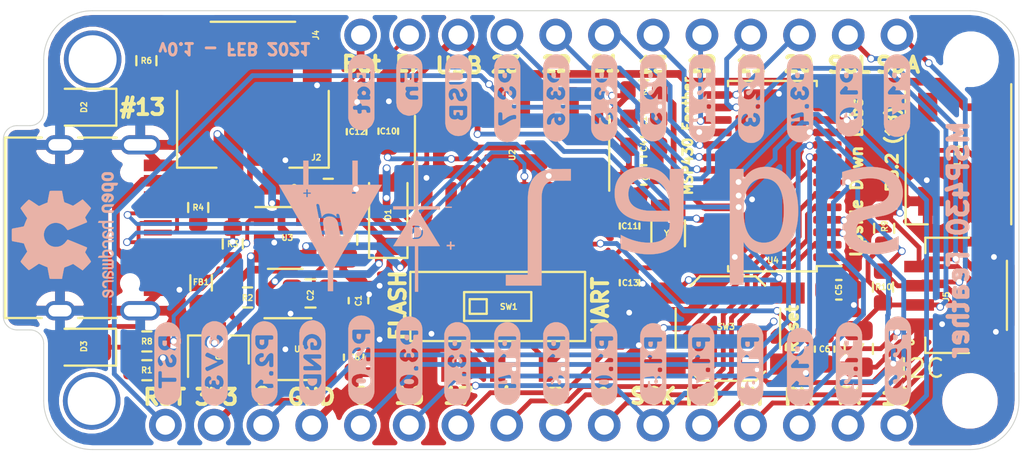
<source format=kicad_pcb>
(kicad_pcb (version 20171130) (host pcbnew 5.1.9-1.fc32)
  (title_block (title "MSP430 Feather") (date 2021-02-22) (rev v0.1) (company "Upside Down Labs") (comment 1 "Uses MSP430G2553 + CH340C") (comment 2 "Compatible with Adacruit feather wings") (comment 3 "Upside Down Labs MSP430 Feather is") (comment 4 "MSP430G2553 Feather"))
  (layers (0 Top signal) (31 Bottom signal) (34 B.Paste user) (35 F.Paste user) (36 B.SilkS user) (37 F.SilkS user) (38 B.Mask user hide) (39 F.Mask user hide) (44 Edge.Cuts user))
  (net 0 "")
  (net 1 GND)
  (net 2 +3V3)
  (net 3 VBUS)
  (net 4 "Net-(C3-Pad1)")
  (net 5 "Net-(D4-Pad2)")
  (net 6 +BATT)
  (net 7 RXD)
  (net 8 TXD)
  (net 9 "Net-(U1-Pad4)")
  (net 10 "Net-(U2-Pad15)")
  (net 11 RTS)
  (net 12 DTR)
  (net 13 "Net-(U2-Pad12)")
  (net 14 "Net-(U2-Pad11)")
  (net 15 "Net-(U2-Pad10)")
  (net 16 "Net-(U2-Pad9)")
  (net 17 "Net-(U2-Pad8)")
  (net 18 "Net-(U2-Pad7)")
  (net 19 D-)
  (net 20 D+)
  (net 21 "Net-(C10-Pad2)")
  (net 22 "Net-(R7-Pad1)")
  (net 23 "Net-(R8-Pad2)")
  (net 24 "Net-(C13-Pad1)")
  (net 25 "Net-(C11-Pad2)")
  (net 26 P1.7)
  (net 27 P1.6)
  (net 28 P3.7)
  (net 29 P3.6)
  (net 30 P3.5)
  (net 31 P2.5)
  (net 32 P2.4)
  (net 33 P2.3)
  (net 34 P3.4)
  (net 35 P3.3)
  (net 36 P3.2)
  (net 37 P2.2)
  (net 38 P2.1)
  (net 39 P2.0)
  (net 40 P3.0)
  (net 41 P3.1)
  (net 42 P1.5)
  (net 43 P1.4)
  (net 44 P1.3)
  (net 45 P1.2)
  (net 46 P1.1)
  (net 47 P1.0)
  (net 48 "Net-(FB1-Pad2)")
  (net 49 "Net-(J1-PadB8)")
  (net 50 "Net-(J1-PadA5)")
  (net 51 "Net-(J1-PadA8)")
  (net 52 "Net-(J1-PadB5)")
  (net 53 "Net-(D3-Pad1)")
  (net 54 D13)
  (net 55 "Net-(D2-Pad1)")
  (net 56 EN)
  (module Symbol:OSHW-Logo2_7.3x6mm_SilkScreen (layer Bottom) (at 124.2 105.25 270)
    (fp_text reference REF** hide)
    (fp_text value OSHW-Logo2_7.3x6mm_SilkScreen hide)
  )
  (module udlabs:udlabs_32.5x6.8 (layer Bottom) (at 151.6 104.8)
    (fp_text reference G*** hide)
    (fp_text value LOGO hide)
  )
  (module buzzard_labels (layer Bottom) (at 167.6 109.5 270)
    (fp_text reference "" (at 0 0 90) (layer B.SilkS) (effects (font (size 1.27 1.27)) (justify mirror)))
    (fp_text value "" (at 0 0 90) (layer B.SilkS) (effects (font (size 1.27 1.27)) (justify mirror)))
  )
  (module buzzard_labels (layer Bottom) (at 165.05 109.8 270)
    (fp_text reference "" (at 0 0 90) (layer B.SilkS) (effects (font (size 1.27 1.27)) (justify mirror)))
    (fp_text value "" (at 0 0 90) (layer B.SilkS) (effects (font (size 1.27 1.27)) (justify mirror)))
  )
  (module buzzard_labels (layer Bottom) (at 162.5 110.1 270)
    (fp_text reference "" (at 0 0 90) (layer B.SilkS) (effects (font (size 1.27 1.27)) (justify mirror)))
    (fp_text value "" (at 0 0 90) (layer B.SilkS) (effects (font (size 1.27 1.27)) (justify mirror)))
  )
  (module buzzard_labels (layer Bottom) (at 159.9 109.85 270)
    (fp_text reference "" (at 0 0 90) (layer B.SilkS) (effects (font (size 1.27 1.27)) (justify mirror)))
    (fp_text value "" (at 0 0 90) (layer B.SilkS) (effects (font (size 1.27 1.27)) (justify mirror)))
  )
  (module buzzard_labels (layer Bottom) (at 157.35 109.85 270)
    (fp_text reference "" (at 0 0 90) (layer B.SilkS) (effects (font (size 1.27 1.27)) (justify mirror)))
    (fp_text value "" (at 0 0 90) (layer B.SilkS) (effects (font (size 1.27 1.27)) (justify mirror)))
  )
  (module buzzard_labels (layer Bottom) (at 154.85 109.85 270)
    (fp_text reference "" (at 0 0 90) (layer B.SilkS) (effects (font (size 1.27 1.27)) (justify mirror)))
    (fp_text value "" (at 0 0 90) (layer B.SilkS) (effects (font (size 1.27 1.27)) (justify mirror)))
  )
  (module buzzard_labels (layer Bottom) (at 152.3 109.8 270)
    (fp_text reference "" (at 0 0 90) (layer B.SilkS) (effects (font (size 1.27 1.27)) (justify mirror)))
    (fp_text value "" (at 0 0 90) (layer B.SilkS) (effects (font (size 1.27 1.27)) (justify mirror)))
  )
  (module buzzard_labels (layer Bottom) (at 149.8 109.8 270)
    (fp_text reference "" (at 0 0 90) (layer B.SilkS) (effects (font (size 1.27 1.27)) (justify mirror)))
    (fp_text value "" (at 0 0 90) (layer B.SilkS) (effects (font (size 1.27 1.27)) (justify mirror)))
  )
  (module buzzard_labels (layer Bottom) (at 147.25 109.8 270)
    (fp_text reference "" (at 0 0 90) (layer B.SilkS) (effects (font (size 1.27 1.27)) (justify mirror)))
    (fp_text value "" (at 0 0 90) (layer B.SilkS) (effects (font (size 1.27 1.27)) (justify mirror)))
  )
  (module buzzard_labels (layer Bottom) (at 144.65 109.8 270)
    (fp_text reference "" (at 0 0 90) (layer B.SilkS) (effects (font (size 1.27 1.27)) (justify mirror)))
    (fp_text value "" (at 0 0 90) (layer B.SilkS) (effects (font (size 1.27 1.27)) (justify mirror)))
  )
  (module buzzard_labels (layer Bottom) (at 142.15 109.5 270)
    (fp_text reference "" (at 0 0 90) (layer B.SilkS) (effects (font (size 1.27 1.27)) (justify mirror)))
    (fp_text value "" (at 0 0 90) (layer B.SilkS) (effects (font (size 1.27 1.27)) (justify mirror)))
  )
  (module buzzard_labels (layer Bottom) (at 139.65 109.45 270)
    (fp_text reference "" (at 0 0 90) (layer B.SilkS) (effects (font (size 1.27 1.27)) (justify mirror)))
    (fp_text value "" (at 0 0 90) (layer B.SilkS) (effects (font (size 1.27 1.27)) (justify mirror)))
  )
  (module buzzard_labels (layer Bottom) (at 137.1 109.7 270)
    (fp_text reference "" (at 0 0 90) (layer B.SilkS) (effects (font (size 1.27 1.27)) (justify mirror)))
    (fp_text value "" (at 0 0 90) (layer B.SilkS) (effects (font (size 1.27 1.27)) (justify mirror)))
  )
  (module buzzard_labels (layer Bottom) (at 134.6 109.75 270)
    (fp_text reference "" (at 0 0 90) (layer B.SilkS) (effects (font (size 1.27 1.27)) (justify mirror)))
    (fp_text value "" (at 0 0 90) (layer B.SilkS) (effects (font (size 1.27 1.27)) (justify mirror)))
  )
  (module buzzard_labels (layer Bottom) (at 132 109.75 270)
    (fp_text reference "" (at 0 0 90) (layer B.SilkS) (effects (font (size 1.27 1.27)) (justify mirror)))
    (fp_text value "" (at 0 0 90) (layer B.SilkS) (effects (font (size 1.27 1.27)) (justify mirror)))
  )
  (module buzzard_labels (layer Bottom) (at 129.55 109.8 270)
    (fp_text reference "" (at 0 0 90) (layer B.SilkS) (effects (font (size 1.27 1.27)) (justify mirror)))
    (fp_text value "" (at 0 0 90) (layer B.SilkS) (effects (font (size 1.27 1.27)) (justify mirror)))
  )
  (module buzzard_labels (layer Bottom) (at 167.55 95.85 270)
    (fp_text reference "" (at 0 0 90) (layer B.SilkS) (effects (font (size 1.27 1.27)) (justify mirror)))
    (fp_text value "" (at 0 0 90) (layer B.SilkS) (effects (font (size 1.27 1.27)) (justify mirror)))
  )
  (module buzzard_labels (layer Bottom) (at 165.05 95.85 270)
    (fp_text reference "" (at 0 0 90) (layer B.SilkS) (effects (font (size 1.27 1.27)) (justify mirror)))
    (fp_text value "" (at 0 0 90) (layer B.SilkS) (effects (font (size 1.27 1.27)) (justify mirror)))
  )
  (module buzzard_labels (layer Bottom) (at 162.5 95.85 270)
    (fp_text reference "" (at 0 0 90) (layer B.SilkS) (effects (font (size 1.27 1.27)) (justify mirror)))
    (fp_text value "" (at 0 0 90) (layer B.SilkS) (effects (font (size 1.27 1.27)) (justify mirror)))
  )
  (module buzzard_labels (layer Bottom) (at 159.95 95.85 270)
    (fp_text reference "" (at 0 0 90) (layer B.SilkS) (effects (font (size 1.27 1.27)) (justify mirror)))
    (fp_text value "" (at 0 0 90) (layer B.SilkS) (effects (font (size 1.27 1.27)) (justify mirror)))
  )
  (module buzzard_labels (layer Bottom) (at 157.4 95.85 270)
    (fp_text reference "" (at 0 0 90) (layer B.SilkS) (effects (font (size 1.27 1.27)) (justify mirror)))
    (fp_text value "" (at 0 0 90) (layer B.SilkS) (effects (font (size 1.27 1.27)) (justify mirror)))
  )
  (module buzzard_labels (layer Bottom) (at 154.85 95.85 270)
    (fp_text reference "" (at 0 0 90) (layer B.SilkS) (effects (font (size 1.27 1.27)) (justify mirror)))
    (fp_text value "" (at 0 0 90) (layer B.SilkS) (effects (font (size 1.27 1.27)) (justify mirror)))
  )
  (module buzzard_labels (layer Bottom) (at 152.3 95.85 270)
    (fp_text reference "" (at 0 0 90) (layer B.SilkS) (effects (font (size 1.27 1.27)) (justify mirror)))
    (fp_text value "" (at 0 0 90) (layer B.SilkS) (effects (font (size 1.27 1.27)) (justify mirror)))
  )
  (module buzzard_labels (layer Bottom) (at 149.8 95.85 270)
    (fp_text reference "" (at 0 0 90) (layer B.SilkS) (effects (font (size 1.27 1.27)) (justify mirror)))
    (fp_text value "" (at 0 0 90) (layer B.SilkS) (effects (font (size 1.27 1.27)) (justify mirror)))
  )
  (module buzzard_labels (layer Bottom) (at 147.25 95.85 270)
    (fp_text reference "" (at 0 0 90) (layer B.SilkS) (effects (font (size 1.27 1.27)) (justify mirror)))
    (fp_text value "" (at 0 0 90) (layer B.SilkS) (effects (font (size 1.27 1.27)) (justify mirror)))
  )
  (module buzzard_labels (layer Bottom) (at 144.7 95.85 270)
    (fp_text reference "" (at 0 0 90) (layer B.SilkS) (effects (font (size 1.27 1.27)) (justify mirror)))
    (fp_text value "" (at 0 0 90) (layer B.SilkS) (effects (font (size 1.27 1.27)) (justify mirror)))
  )
  (module buzzard_labels (layer Bottom) (at 142.15 95.85 270)
    (fp_text reference "" (at 0 0 90) (layer B.SilkS) (effects (font (size 1.27 1.27)) (justify mirror)))
    (fp_text value "" (at 0 0 90) (layer B.SilkS) (effects (font (size 1.27 1.27)) (justify mirror)))
  )
  (module buzzard_labels (layer Bottom) (at 139.65 95.85 270)
    (fp_text reference "" (at 0 0 90) (layer B.SilkS) (effects (font (size 1.27 1.27)) (justify mirror)))
    (fp_text value "" (at 0 0 90) (layer B.SilkS) (effects (font (size 1.27 1.27)) (justify mirror)))
  )
  (module "udlabs:JST_SM04B-SRSS-TB(LF)(SN)" (layer Top) (at 168.7 108.4 90)
    (fp_text reference J5 (at -0.07 1.41 90) (layer F.SilkS) (effects (font (size 0.3 0.3) (thickness 0.07))))
    (fp_text value "SM04B-SRSS-TB(LF)(SN)")
    (pad S2 smd rect (at 2.8 3.875 90) (size 1.2 1.8) (layers Top F.Paste F.Mask) (net 1 GND))
    (pad S1 smd rect (at -2.8 3.875 90) (size 1.2 1.8) (layers Top F.Paste F.Mask) (net 1 GND))
    (pad 1 smd rect (at -1.5 0 90) (size 0.6 1.55) (layers Top F.Paste F.Mask) (net 1 GND))
    (pad 2 smd rect (at -0.5 0 90) (size 0.6 1.55) (layers Top F.Paste F.Mask) (net 2 +3V3))
    (pad 3 smd rect (at 0.5 0 90) (size 0.6 1.55) (layers Top F.Paste F.Mask) (net 26 P1.7))
    (pad 4 smd rect (at 1.5 0 90) (size 0.6 1.55) (layers Top F.Paste F.Mask) (net 27 P1.6))
  )
  (module Resistor_SMD:R_0603_1608Metric (layer Top) (at 166.82 107.965 90)
    (fp_text reference R10 (at 0 0.03 180) (layer F.SilkS) (effects (font (size 0.3 0.3) (thickness 0.07))))
    (fp_text value 10k)
    (pad 2 smd roundrect (at 0.825 0 90) (size 0.8 0.95) (layers Top F.Paste F.Mask) (net 26 P1.7))
    (pad 1 smd roundrect (at -0.825 0 90) (size 0.8 0.95) (layers Top F.Paste F.Mask) (net 2 +3V3))
  )
  (module Resistor_SMD:R_0603_1608Metric (layer Top) (at 166.88 104.91 90)
    (fp_text reference R9 (at 0.11 0.03 90) (layer F.SilkS) (effects (font (size 0.3 0.3) (thickness 0.07))))
    (fp_text value 10k)
    (pad 2 smd roundrect (at 0.825 0 90) (size 0.8 0.95) (layers Top F.Paste F.Mask) (net 27 P1.6))
    (pad 1 smd roundrect (at -0.825 0 90) (size 0.8 0.95) (layers Top F.Paste F.Mask) (net 2 +3V3))
  )
  (module Connector_USB:USB_C_Receptacle_HRO_TYPE-C-31-M-12 (layer Top) (at 125 104.88 270)
    (fp_text reference J1 hide)
    (fp_text value USB_C_Receptacle_USB2.0)
    (pad B1 smd rect (at 3.25 -4.045 270) (size 0.6 1.45) (layers Top F.Paste F.Mask) (net 1 GND))
    (pad A9 smd rect (at 2.45 -4.045 270) (size 0.6 1.45) (layers Top F.Paste F.Mask) (net 48 "Net-(FB1-Pad2)"))
    (pad B9 smd rect (at -2.45 -4.045 270) (size 0.6 1.45) (layers Top F.Paste F.Mask) (net 48 "Net-(FB1-Pad2)"))
    (pad B12 smd rect (at -3.25 -4.045 270) (size 0.6 1.45) (layers Top F.Paste F.Mask) (net 1 GND))
    (pad A1 smd rect (at -3.25 -4.045 270) (size 0.6 1.45) (layers Top F.Paste F.Mask) (net 1 GND))
    (pad A4 smd rect (at -2.45 -4.045 270) (size 0.6 1.45) (layers Top F.Paste F.Mask) (net 48 "Net-(FB1-Pad2)"))
    (pad B4 smd rect (at 2.45 -4.045 270) (size 0.6 1.45) (layers Top F.Paste F.Mask) (net 48 "Net-(FB1-Pad2)"))
    (pad A12 smd rect (at 3.25 -4.045 270) (size 0.6 1.45) (layers Top F.Paste F.Mask) (net 1 GND))
    (pad B8 smd rect (at -1.75 -4.045 270) (size 0.3 1.45) (layers Top F.Paste F.Mask) (net 49 "Net-(J1-PadB8)"))
    (pad A5 smd rect (at -1.25 -4.045 270) (size 0.3 1.45) (layers Top F.Paste F.Mask) (net 50 "Net-(J1-PadA5)"))
    (pad B7 smd rect (at -0.75 -4.045 270) (size 0.3 1.45) (layers Top F.Paste F.Mask) (net 19 D-))
    (pad A7 smd rect (at 0.25 -4.045 270) (size 0.3 1.45) (layers Top F.Paste F.Mask) (net 19 D-))
    (pad B6 smd rect (at 0.75 -4.045 270) (size 0.3 1.45) (layers Top F.Paste F.Mask) (net 20 D+))
    (pad A8 smd rect (at 1.25 -4.045 270) (size 0.3 1.45) (layers Top F.Paste F.Mask) (net 51 "Net-(J1-PadA8)"))
    (pad B5 smd rect (at 1.75 -4.045 270) (size 0.3 1.45) (layers Top F.Paste F.Mask) (net 52 "Net-(J1-PadB5)"))
    (pad A6 smd rect (at -0.25 -4.045 270) (size 0.3 1.45) (layers Top F.Paste F.Mask) (net 20 D+))
    (pad S1 thru_hole oval (at 4.32 -3.13 270) (size 1 2.1) (drill oval 0.6 1.7) (layers *.Cu *.Mask) (net 1 GND))
    (pad S1 thru_hole oval (at -4.32 -3.13 270) (size 1 2.1) (drill oval 0.6 1.7) (layers *.Cu *.Mask) (net 1 GND))
    (pad "" np_thru_hole circle (at -2.89 -2.6 270) (size 0.65 0.65) (drill 0.65) (layers *.Cu *.Mask))
    (pad S1 thru_hole oval (at -4.32 1.05 270) (size 1 1.6) (drill oval 0.6 1.2) (layers *.Cu *.Mask) (net 1 GND))
    (pad "" np_thru_hole circle (at 2.89 -2.6 270) (size 0.65 0.65) (drill 0.65) (layers *.Cu *.Mask))
    (pad S1 thru_hole oval (at 4.32 1.05 270) (size 1 1.6) (drill oval 0.6 1.2) (layers *.Cu *.Mask) (net 1 GND))
  )
  (module Package_SO:TSSOP-28_4.4x9.7mm_P0.65mm (layer Top) (at 161.06 102.19 180)
    (fp_text reference U4 (at -0.03 -4.38) (layer F.SilkS) (effects (font (size 0.3 0.3) (thickness 0.07))))
    (fp_text value MSP430G2553IPW28)
    (pad 28 smd roundrect (at 2.8625 -4.225 180) (size 1.475 0.4) (layers Top F.Paste F.Mask) (net 1 GND))
    (pad 27 smd roundrect (at 2.8625 -3.575 180) (size 1.475 0.4) (layers Top F.Paste F.Mask) (net 24 "Net-(C13-Pad1)"))
    (pad 26 smd roundrect (at 2.8625 -2.925 180) (size 1.475 0.4) (layers Top F.Paste F.Mask) (net 25 "Net-(C11-Pad2)"))
    (pad 25 smd roundrect (at 2.8625 -2.275 180) (size 1.475 0.4) (layers Top F.Paste F.Mask) (net 11 RTS))
    (pad 24 smd roundrect (at 2.8625 -1.625 180) (size 1.475 0.4) (layers Top F.Paste F.Mask) (net 12 DTR))
    (pad 23 smd roundrect (at 2.8625 -0.975 180) (size 1.475 0.4) (layers Top F.Paste F.Mask) (net 26 P1.7))
    (pad 22 smd roundrect (at 2.8625 -0.325 180) (size 1.475 0.4) (layers Top F.Paste F.Mask) (net 27 P1.6))
    (pad 21 smd roundrect (at 2.8625 0.325 180) (size 1.475 0.4) (layers Top F.Paste F.Mask) (net 28 P3.7))
    (pad 20 smd roundrect (at 2.8625 0.975 180) (size 1.475 0.4) (layers Top F.Paste F.Mask) (net 29 P3.6))
    (pad 19 smd roundrect (at 2.8625 1.625 180) (size 1.475 0.4) (layers Top F.Paste F.Mask) (net 30 P3.5))
    (pad 18 smd roundrect (at 2.8625 2.275 180) (size 1.475 0.4) (layers Top F.Paste F.Mask) (net 31 P2.5))
    (pad 17 smd roundrect (at 2.8625 2.925 180) (size 1.475 0.4) (layers Top F.Paste F.Mask) (net 32 P2.4))
    (pad 16 smd roundrect (at 2.8625 3.575 180) (size 1.475 0.4) (layers Top F.Paste F.Mask) (net 33 P2.3))
    (pad 15 smd roundrect (at 2.8625 4.225 180) (size 1.475 0.4) (layers Top F.Paste F.Mask) (net 34 P3.4))
    (pad 14 smd roundrect (at -2.8625 4.225 180) (size 1.475 0.4) (layers Top F.Paste F.Mask) (net 35 P3.3))
    (pad 13 smd roundrect (at -2.8625 3.575 180) (size 1.475 0.4) (layers Top F.Paste F.Mask) (net 36 P3.2))
    (pad 12 smd roundrect (at -2.8625 2.925 180) (size 1.475 0.4) (layers Top F.Paste F.Mask) (net 37 P2.2))
    (pad 11 smd roundrect (at -2.8625 2.275 180) (size 1.475 0.4) (layers Top F.Paste F.Mask) (net 38 P2.1))
    (pad 10 smd roundrect (at -2.8625 1.625 180) (size 1.475 0.4) (layers Top F.Paste F.Mask) (net 39 P2.0))
    (pad 9 smd roundrect (at -2.8625 0.975 180) (size 1.475 0.4) (layers Top F.Paste F.Mask) (net 40 P3.0))
    (pad 8 smd roundrect (at -2.8625 0.325 180) (size 1.475 0.4) (layers Top F.Paste F.Mask) (net 41 P3.1))
    (pad 7 smd roundrect (at -2.8625 -0.325 180) (size 1.475 0.4) (layers Top F.Paste F.Mask) (net 42 P1.5))
    (pad 6 smd roundrect (at -2.8625 -0.975 180) (size 1.475 0.4) (layers Top F.Paste F.Mask) (net 43 P1.4))
    (pad 5 smd roundrect (at -2.8625 -1.625 180) (size 1.475 0.4) (layers Top F.Paste F.Mask) (net 44 P1.3))
    (pad 4 smd roundrect (at -2.8625 -2.275 180) (size 1.475 0.4) (layers Top F.Paste F.Mask) (net 45 P1.2))
    (pad 3 smd roundrect (at -2.8625 -2.925 180) (size 1.475 0.4) (layers Top F.Paste F.Mask) (net 46 P1.1))
    (pad 2 smd roundrect (at -2.8625 -3.575 180) (size 1.475 0.4) (layers Top F.Paste F.Mask) (net 47 P1.0))
    (pad 1 smd roundrect (at -2.8625 -4.225 180) (size 1.475 0.4) (layers Top F.Paste F.Mask) (net 2 +3V3))
  )
  (module Button_Switch_SMD:SW_SPST_SKQG_WithStem (layer Top) (at 158.74 110.13 180)
    (fp_text reference SW3 (at 0.1 0.1) (layer F.SilkS) (effects (font (size 0.3 0.3) (thickness 0.07))))
    (fp_text value Reset)
    (pad 2 smd rect (at 3.1 1.85 180) (size 1.8 1.1) (layers Top F.Paste F.Mask) (net 12 DTR))
    (pad 2 smd rect (at -3.1 1.85 180) (size 1.8 1.1) (layers Top F.Paste F.Mask) (net 12 DTR))
    (pad 1 smd rect (at 3.1 -1.85 180) (size 1.8 1.1) (layers Top F.Paste F.Mask) (net 1 GND))
    (pad 1 smd rect (at -3.1 -1.85 180) (size 1.8 1.1) (layers Top F.Paste F.Mask) (net 1 GND))
  )
  (module Capacitor_SMD:C_0603_1608Metric (layer Top) (at 153.62 104.79 90)
    (fp_text reference C11 (at 0 0.01) (layer F.SilkS) (effects (font (size 0.3 0.3) (thickness 0.07))))
    (fp_text value 22pf)
    (pad 2 smd roundrect (at 0.775 0 90) (size 0.9 0.95) (layers Top F.Paste F.Mask) (net 25 "Net-(C11-Pad2)"))
    (pad 1 smd roundrect (at -0.775 0 90) (size 0.9 0.95) (layers Top F.Paste F.Mask) (net 1 GND))
  )
  (module Package_TO_SOT_SMD:SOT-23 (layer Top) (at 132.2 111.25 90)
    (fp_text reference Q1 (at -0.22 0.04 90) (layer F.SilkS) (effects (font (size 0.3 0.3) (thickness 0.07))))
    (fp_text value AO3401A)
    (pad 3 smd rect (at 1 0 90) (size 0.9 0.8) (layers Top F.Paste F.Mask) (net 6 +BATT))
    (pad 2 smd rect (at -1 0.95 90) (size 0.9 0.8) (layers Top F.Paste F.Mask) (net 4 "Net-(C3-Pad1)"))
    (pad 1 smd rect (at -1 -0.95 90) (size 0.9 0.8) (layers Top F.Paste F.Mask) (net 3 VBUS))
  )
  (module MountingHole:MountingHole_2.5mm_Pad (layer Top) (at 125.6 113.9)
    (fp_text reference H4 hide)
    (fp_text value MountingHole)
    (pad 1 thru_hole circle (at 0 0) (size 3 3) (drill 2.5) (layers *.Cu *.Mask))
  )
  (module MountingHole:MountingHole_2.5mm_Pad (layer Top) (at 125.65 96.1)
    (fp_text reference H3 hide)
    (fp_text value MountingHole)
    (pad 1 thru_hole circle (at 0 0) (size 3 3) (drill 2.5) (layers *.Cu *.Mask))
  )
  (module MountingHole:MountingHole_2.5mm (layer Top) (at 171.4 96.1)
    (fp_text reference H2 hide)
    (fp_text value MountingHole)
    (pad 1 np_thru_hole circle (at 0 0) (size 2.5 2.5) (drill 2.5) (layers *.Cu *.Mask))
  )
  (module MountingHole:MountingHole_2.5mm (layer Top) (at 171.35 113.9)
    (fp_text reference H1 hide)
    (fp_text value MountingHole)
    (pad 1 np_thru_hole circle (at 0 0) (size 2.5 2.5) (drill 2.5) (layers *.Cu *.Mask))
  )
  (module Resistor_SMD:R_0603_1608Metric (layer Top) (at 128.45 96.175 90)
    (fp_text reference R6 (at 0 0 180) (layer F.SilkS) (effects (font (size 0.3 0.3) (thickness 0.07))))
    (fp_text value 1k)
    (pad 2 smd roundrect (at 0.825 0 90) (size 0.8 0.95) (layers Top F.Paste F.Mask) (net 1 GND))
    (pad 1 smd roundrect (at -0.825 0 90) (size 0.8 0.95) (layers Top F.Paste F.Mask) (net 55 "Net-(D2-Pad1)"))
  )
  (module Inductor_SMD:L_0805_2012Metric (layer Top) (at 131.3 107.75 90)
    (fp_text reference FB1 (at 0.04 0 180) (layer F.SilkS) (effects (font (size 0.3 0.3) (thickness 0.07))))
    (fp_text value Ferrite_Bead_Small)
    (pad 2 smd roundrect (at 1.0625 0 90) (size 0.875 1.2) (layers Top F.Paste F.Mask) (net 48 "Net-(FB1-Pad2)"))
    (pad 1 smd roundrect (at -1.0625 0 90) (size 0.875 1.2) (layers Top F.Paste F.Mask) (net 3 VBUS))
  )
  (module LED_SMD:LED_0805_2012Metric (layer Top) (at 125.1875 111.1 180)
    (fp_text reference D3 (at -0.01 0.04 90) (layer F.SilkS) (effects (font (size 0.3 0.3) (thickness 0.07))))
    (fp_text value ORANGE)
    (pad 2 smd roundrect (at 0.9375 0 180) (size 0.975 1.4) (layers Top F.Paste F.Mask) (net 3 VBUS))
    (pad 1 smd roundrect (at -0.9375 0 180) (size 0.975 1.4) (layers Top F.Paste F.Mask) (net 53 "Net-(D3-Pad1)"))
  )
  (module LED_SMD:LED_0805_2012Metric (layer Top) (at 125.2 98.6 180)
    (fp_text reference D2 (at 0 0 90) (layer F.SilkS) (effects (font (size 0.3 0.3) (thickness 0.07))))
    (fp_text value ORANGE)
    (pad 2 smd roundrect (at 0.9375 0 180) (size 0.975 1.4) (layers Top F.Paste F.Mask) (net 54 D13))
    (pad 1 smd roundrect (at -0.9375 0 180) (size 0.975 1.4) (layers Top F.Paste F.Mask) (net 55 "Net-(D2-Pad1)"))
  )
  (module Capacitor_SMD:C_0603_1608Metric (layer Top) (at 154.36 99.2 180)
    (fp_text reference C14 (at 0 -0.01 270) (layer F.SilkS) (effects (font (size 0.3 0.3) (thickness 0.07))))
    (fp_text value 100nf)
    (pad 2 smd roundrect (at 0.775 0 180) (size 0.9 0.95) (layers Top F.Paste F.Mask) (net 12 DTR))
    (pad 1 smd roundrect (at -0.775 0 180) (size 0.9 0.95) (layers Top F.Paste F.Mask) (net 1 GND))
  )
  (module Capacitor_SMD:C_0805_2012Metric (layer Top) (at 165.56 111.19 270)
    (fp_text reference C7 (at -0.1 0 180) (layer F.SilkS) (effects (font (size 0.3 0.3) (thickness 0.07))))
    (fp_text value 10uf)
    (pad 2 smd roundrect (at 0.95 0 270) (size 1 1.45) (layers Top F.Paste F.Mask) (net 1 GND))
    (pad 1 smd roundrect (at -0.95 0 270) (size 1 1.45) (layers Top F.Paste F.Mask) (net 2 +3V3))
  )
  (module Capacitor_SMD:C_0805_2012Metric (layer Top) (at 138.7 105.5 270)
    (fp_text reference C3 (at 0 -0.1 180) (layer F.SilkS) (effects (font (size 0.3 0.3) (thickness 0.07))))
    (fp_text value 10uf)
    (pad 2 smd roundrect (at 0.95 0 270) (size 1 1.45) (layers Top F.Paste F.Mask) (net 1 GND))
    (pad 1 smd roundrect (at -0.95 0 270) (size 1 1.45) (layers Top F.Paste F.Mask) (net 4 "Net-(C3-Pad1)"))
  )
  (module Capacitor_SMD:C_0805_2012Metric (layer Top) (at 137 108.3 180)
    (fp_text reference C2 (at 0 -0.1 270) (layer F.SilkS) (effects (font (size 0.3 0.3) (thickness 0.07))))
    (fp_text value 10uf)
    (pad 2 smd roundrect (at 0.95 0 180) (size 1 1.45) (layers Top F.Paste F.Mask) (net 1 GND))
    (pad 1 smd roundrect (at -0.95 0 180) (size 1 1.45) (layers Top F.Paste F.Mask) (net 2 +3V3))
  )
  (module Crystal:Crystal_SMD_3215-2Pin_3.2x1.5mm (layer Top) (at 155.63 105.17 90)
    (fp_text reference Y1 (at 0 0.06 180) (layer F.SilkS) (effects (font (size 0.3 0.3) (thickness 0.07))))
    (fp_text value Crystal)
    (pad 2 smd rect (at -1.25 0 90) (size 1 1.8) (layers Top F.Paste F.Mask) (net 24 "Net-(C13-Pad1)"))
    (pad 1 smd rect (at 1.25 0 90) (size 1 1.8) (layers Top F.Paste F.Mask) (net 25 "Net-(C11-Pad2)"))
  )
  (module Resistor_SMD:R_0603_1608Metric (layer Top) (at 128.475 110.8)
    (fp_text reference R8 (at 0 0) (layer F.SilkS) (effects (font (size 0.3 0.3) (thickness 0.07))))
    (fp_text value 1k)
    (pad 2 smd roundrect (at 0.825 0) (size 0.8 0.95) (layers Top F.Paste F.Mask) (net 23 "Net-(R8-Pad2)"))
    (pad 1 smd roundrect (at -0.825 0) (size 0.8 0.95) (layers Top F.Paste F.Mask) (net 53 "Net-(D3-Pad1)"))
  )
  (module Resistor_SMD:R_0603_1608Metric (layer Top) (at 137.925 102.85)
    (fp_text reference R7 (at 0 0) (layer F.SilkS) (effects (font (size 0.3 0.3) (thickness 0.07))))
    (fp_text value 5.1k)
    (pad 2 smd roundrect (at 0.825 0) (size 0.8 0.95) (layers Top F.Paste F.Mask) (net 1 GND))
    (pad 1 smd roundrect (at -0.825 0) (size 0.8 0.95) (layers Top F.Paste F.Mask) (net 22 "Net-(R7-Pad1)"))
  )
  (module Resistor_SMD:R_0603_1608Metric (layer Top) (at 154.36 97.72 180)
    (fp_text reference R5 (at 0 0.02 270) (layer F.SilkS) (effects (font (size 0.3 0.3) (thickness 0.07))))
    (fp_text value 10k)
    (pad 2 smd roundrect (at 0.825 0 180) (size 0.8 0.95) (layers Top F.Paste F.Mask) (net 2 +3V3))
    (pad 1 smd roundrect (at -0.825 0 180) (size 0.8 0.95) (layers Top F.Paste F.Mask) (net 12 DTR))
  )
  (module Resistor_SMD:R_0603_1608Metric (layer Top) (at 131.15 103.825 90)
    (fp_text reference R4 (at 0 0 180) (layer F.SilkS) (effects (font (size 0.3 0.3) (thickness 0.07))))
    (fp_text value 5.1k)
    (pad 2 smd roundrect (at 0.825 0 90) (size 0.8 0.95) (layers Top F.Paste F.Mask) (net 1 GND))
    (pad 1 smd roundrect (at -0.825 0 90) (size 0.8 0.95) (layers Top F.Paste F.Mask) (net 50 "Net-(J1-PadA5)"))
  )
  (module Resistor_SMD:R_0603_1608Metric (layer Top) (at 132.95 105.725 90)
    (fp_text reference R3 (at 0 0 180) (layer F.SilkS) (effects (font (size 0.3 0.3) (thickness 0.07))))
    (fp_text value 5.1k)
    (pad 2 smd roundrect (at 0.825 0 90) (size 0.8 0.95) (layers Top F.Paste F.Mask) (net 1 GND))
    (pad 1 smd roundrect (at -0.825 0 90) (size 0.8 0.95) (layers Top F.Paste F.Mask) (net 52 "Net-(J1-PadB5)"))
  )
  (module Resistor_SMD:R_0603_1608Metric (layer Top) (at 133.72 108.51)
    (fp_text reference R2 (at 0 0.02) (layer F.SilkS) (effects (font (size 0.3 0.3) (thickness 0.07))))
    (fp_text value 10k)
    (pad 2 smd roundrect (at 0.825 0) (size 0.8 0.95) (layers Top F.Paste F.Mask) (net 4 "Net-(C3-Pad1)"))
    (pad 1 smd roundrect (at -0.825 0) (size 0.8 0.95) (layers Top F.Paste F.Mask) (net 56 EN))
  )
  (module Resistor_SMD:R_0603_1608Metric (layer Top) (at 128.475 112.3)
    (fp_text reference R1 (at 0 0) (layer F.SilkS) (effects (font (size 0.3 0.3) (thickness 0.07))))
    (fp_text value 100k)
    (pad 2 smd roundrect (at 0.825 0) (size 0.8 0.95) (layers Top F.Paste F.Mask) (net 1 GND))
    (pad 1 smd roundrect (at -0.825 0) (size 0.8 0.95) (layers Top F.Paste F.Mask) (net 3 VBUS))
  )
  (module Capacitor_SMD:C_0603_1608Metric (layer Top) (at 153.62 107.74 270)
    (fp_text reference C13 (at 0.01 -0.04) (layer F.SilkS) (effects (font (size 0.3 0.3) (thickness 0.07))))
    (fp_text value 22pf)
    (pad 2 smd roundrect (at 0.775 0 270) (size 0.9 0.95) (layers Top F.Paste F.Mask) (net 1 GND))
    (pad 1 smd roundrect (at -0.775 0 270) (size 0.9 0.95) (layers Top F.Paste F.Mask) (net 24 "Net-(C13-Pad1)"))
  )
  (module Capacitor_SMD:C_0603_1608Metric (layer Top) (at 139.4 99.875 90)
    (fp_text reference C12 (at 0 0.03) (layer F.SilkS) (effects (font (size 0.3 0.3) (thickness 0.07))))
    (fp_text value 10uf)
    (pad 2 smd roundrect (at 0.775 0 90) (size 0.9 0.95) (layers Top F.Paste F.Mask) (net 1 GND))
    (pad 1 smd roundrect (at -0.775 0 90) (size 0.9 0.95) (layers Top F.Paste F.Mask) (net 6 +BATT))
  )
  (module Capacitor_SMD:C_0603_1608Metric (layer Top) (at 141.05 99.85 270)
    (fp_text reference C10 (at 0 0 180) (layer F.SilkS) (effects (font (size 0.3 0.3) (thickness 0.07))))
    (fp_text value 100nf)
    (pad 2 smd roundrect (at 0.775 0 270) (size 0.9 0.95) (layers Top F.Paste F.Mask) (net 21 "Net-(C10-Pad2)"))
    (pad 1 smd roundrect (at -0.775 0 270) (size 0.9 0.95) (layers Top F.Paste F.Mask) (net 1 GND))
  )
  (module Capacitor_SMD:C_0603_1608Metric (layer Top) (at 154.36 102.13)
    (fp_text reference C9 (at 0.1 0 270) (layer F.SilkS) (effects (font (size 0.3 0.3) (thickness 0.07))))
    (fp_text value 1uf)
    (pad 2 smd roundrect (at 0.775 0) (size 0.9 0.95) (layers Top F.Paste F.Mask) (net 1 GND))
    (pad 1 smd roundrect (at -0.775 0) (size 0.9 0.95) (layers Top F.Paste F.Mask) (net 2 +3V3))
  )
  (module Capacitor_SMD:C_0603_1608Metric (layer Top) (at 139.25 111.625 270)
    (fp_text reference C8 (at 0 -0.04 180) (layer F.SilkS) (effects (font (size 0.3 0.3) (thickness 0.07))))
    (fp_text value 100nf)
    (pad 2 smd roundrect (at 0.775 0 270) (size 0.9 0.95) (layers Top F.Paste F.Mask) (net 1 GND))
    (pad 1 smd roundrect (at -0.775 0 270) (size 0.9 0.95) (layers Top F.Paste F.Mask) (net 2 +3V3))
  )
  (module Capacitor_SMD:C_0603_1608Metric (layer Top) (at 163.78 111.2 270)
    (fp_text reference C6 (at 0 0 180) (layer F.SilkS) (effects (font (size 0.3 0.3) (thickness 0.07))))
    (fp_text value 1uf)
    (pad 2 smd roundrect (at 0.775 0 270) (size 0.9 0.95) (layers Top F.Paste F.Mask) (net 1 GND))
    (pad 1 smd roundrect (at -0.775 0 270) (size 0.9 0.95) (layers Top F.Paste F.Mask) (net 2 +3V3))
  )
  (module Capacitor_SMD:C_0603_1608Metric (layer Top) (at 164.52 108.11)
    (fp_text reference C5 (at 0 0 270) (layer F.SilkS) (effects (font (size 0.3 0.3) (thickness 0.07))))
    (fp_text value 100nf)
    (pad 2 smd roundrect (at 0.775 0) (size 0.9 0.95) (layers Top F.Paste F.Mask) (net 1 GND))
    (pad 1 smd roundrect (at -0.775 0) (size 0.9 0.95) (layers Top F.Paste F.Mask) (net 2 +3V3))
  )
  (module Capacitor_SMD:C_0603_1608Metric (layer Top) (at 154.36 100.66)
    (fp_text reference C4 (at 0 -0.03 270) (layer F.SilkS) (effects (font (size 0.3 0.3) (thickness 0.07))))
    (fp_text value 1uf)
    (pad 2 smd roundrect (at 0.775 0) (size 0.9 0.95) (layers Top F.Paste F.Mask) (net 1 GND))
    (pad 1 smd roundrect (at -0.775 0) (size 0.9 0.95) (layers Top F.Paste F.Mask) (net 2 +3V3))
  )
  (module Capacitor_SMD:C_0603_1608Metric (layer Top) (at 139.5 108.675 90)
    (fp_text reference C1 (at 0 0 90) (layer F.SilkS) (effects (font (size 0.3 0.3) (thickness 0.07))))
    (fp_text value 1uf)
    (pad 2 smd roundrect (at 0.775 0 90) (size 0.9 0.95) (layers Top F.Paste F.Mask) (net 1 GND))
    (pad 1 smd roundrect (at -0.775 0 90) (size 0.9 0.95) (layers Top F.Paste F.Mask) (net 2 +3V3))
  )
  (module Connector_PinHeader_2.54mm:PinHeader_1x12_P2.54mm_Vertical (layer Top) (at 139.61 94.84 90)
    (fp_text reference J4 (at 0 -2.33 90) (layer F.SilkS) (effects (font (size 0.3 0.3) (thickness 0.07))))
    (fp_text value Conn_01x12)
    (pad 12 thru_hole oval (at 0 27.94 90) (size 1.7 1.7) (drill 1) (layers *.Cu *.Mask) (net 26 P1.7))
    (pad 11 thru_hole oval (at 0 25.4 90) (size 1.7 1.7) (drill 1) (layers *.Cu *.Mask) (net 27 P1.6))
    (pad 10 thru_hole oval (at 0 22.86 90) (size 1.7 1.7) (drill 1) (layers *.Cu *.Mask) (net 34 P3.4))
    (pad 9 thru_hole oval (at 0 20.32 90) (size 1.7 1.7) (drill 1) (layers *.Cu *.Mask) (net 33 P2.3))
    (pad 8 thru_hole oval (at 0 17.78 90) (size 1.7 1.7) (drill 1) (layers *.Cu *.Mask) (net 32 P2.4))
    (pad 7 thru_hole oval (at 0 15.24 90) (size 1.7 1.7) (drill 1) (layers *.Cu *.Mask) (net 31 P2.5))
    (pad 6 thru_hole oval (at 0 12.7 90) (size 1.7 1.7) (drill 1) (layers *.Cu *.Mask) (net 30 P3.5))
    (pad 5 thru_hole oval (at 0 10.16 90) (size 1.7 1.7) (drill 1) (layers *.Cu *.Mask) (net 29 P3.6))
    (pad 4 thru_hole oval (at 0 7.62 90) (size 1.7 1.7) (drill 1) (layers *.Cu *.Mask) (net 28 P3.7))
    (pad 3 thru_hole oval (at 0 5.08 90) (size 1.7 1.7) (drill 1) (layers *.Cu *.Mask) (net 3 VBUS))
    (pad 2 thru_hole oval (at 0 2.54 90) (size 1.7 1.7) (drill 1) (layers *.Cu *.Mask) (net 56 EN))
    (pad 1 thru_hole oval (at 0 0 90) (size 1.7 1.7) (drill 1) (layers *.Cu *.Mask) (net 6 +BATT))
  )
  (module Connector_PinHeader_2.54mm:PinHeader_1x16_P2.54mm_Vertical (layer Top) (at 129.44 115.16 90)
    (fp_text reference J3 hide)
    (fp_text value Conn_01x16)
    (pad 16 thru_hole oval (at 0 38.1 90) (size 1.7 1.7) (drill 1) (layers *.Cu *.Mask) (net 37 P2.2))
    (pad 15 thru_hole oval (at 0 35.56 90) (size 1.7 1.7) (drill 1) (layers *.Cu *.Mask) (net 45 P1.2))
    (pad 14 thru_hole oval (at 0 33.02 90) (size 1.7 1.7) (drill 1) (layers *.Cu *.Mask) (net 46 P1.1))
    (pad 13 thru_hole oval (at 0 30.48 90) (size 1.7 1.7) (drill 1) (layers *.Cu *.Mask) (net 27 P1.6))
    (pad 12 thru_hole oval (at 0 27.94 90) (size 1.7 1.7) (drill 1) (layers *.Cu *.Mask) (net 26 P1.7))
    (pad 11 thru_hole oval (at 0 25.4 90) (size 1.7 1.7) (drill 1) (layers *.Cu *.Mask) (net 42 P1.5))
    (pad 10 thru_hole oval (at 0 22.86 90) (size 1.7 1.7) (drill 1) (layers *.Cu *.Mask) (net 47 P1.0))
    (pad 9 thru_hole oval (at 0 20.32 90) (size 1.7 1.7) (drill 1) (layers *.Cu *.Mask) (net 44 P1.3))
    (pad 8 thru_hole oval (at 0 17.78 90) (size 1.7 1.7) (drill 1) (layers *.Cu *.Mask) (net 43 P1.4))
    (pad 7 thru_hole oval (at 0 15.24 90) (size 1.7 1.7) (drill 1) (layers *.Cu *.Mask) (net 41 P3.1))
    (pad 6 thru_hole oval (at 0 12.7 90) (size 1.7 1.7) (drill 1) (layers *.Cu *.Mask) (net 40 P3.0))
    (pad 5 thru_hole oval (at 0 10.16 90) (size 1.7 1.7) (drill 1) (layers *.Cu *.Mask) (net 39 P2.0))
    (pad 4 thru_hole oval (at 0 7.62 90) (size 1.7 1.7) (drill 1) (layers *.Cu *.Mask) (net 1 GND))
    (pad 3 thru_hole oval (at 0 5.08 90) (size 1.7 1.7) (drill 1) (layers *.Cu *.Mask) (net 38 P2.1))
    (pad 2 thru_hole oval (at 0 2.54 90) (size 1.7 1.7) (drill 1) (layers *.Cu *.Mask) (net 2 +3V3))
    (pad 1 thru_hole oval (at 0 0 90) (size 1.7 1.7) (drill 1) (layers *.Cu *.Mask) (net 12 DTR))
  )
  (module Package_TO_SOT_SMD:SOT-23-5 (layer Top) (at 135.68 105.41)
    (fp_text reference U3 (at 0.11 -0.01) (layer F.SilkS) (effects (font (size 0.3 0.3) (thickness 0.07))))
    (fp_text value MCP73831-2-OT)
    (pad 5 smd rect (at 1.1 -0.95) (size 1.06 0.65) (layers Top F.Paste F.Mask) (net 22 "Net-(R7-Pad1)"))
    (pad 4 smd rect (at 1.1 0.95) (size 1.06 0.65) (layers Top F.Paste F.Mask) (net 3 VBUS))
    (pad 3 smd rect (at -1.1 0.95) (size 1.06 0.65) (layers Top F.Paste F.Mask) (net 6 +BATT))
    (pad 2 smd rect (at -1.1 0) (size 1.06 0.65) (layers Top F.Paste F.Mask) (net 1 GND))
    (pad 1 smd rect (at -1.1 -0.95) (size 1.06 0.65) (layers Top F.Paste F.Mask) (net 23 "Net-(R8-Pad2)"))
  )
  (module Package_SO:SOIC-16_3.9x9.9mm_P1.27mm (layer Top) (at 147.5 101 90)
    (fp_text reference U2 (at -0.09 0.01 90) (layer F.SilkS) (effects (font (size 0.3 0.3) (thickness 0.07))))
    (fp_text value CH340C)
    (pad 16 smd roundrect (at 2.475 -4.445 90) (size 1.95 0.6) (layers Top F.Paste F.Mask) (net 2 +3V3))
    (pad 15 smd roundrect (at 2.475 -3.175 90) (size 1.95 0.6) (layers Top F.Paste F.Mask) (net 10 "Net-(U2-Pad15)"))
    (pad 14 smd roundrect (at 2.475 -1.905 90) (size 1.95 0.6) (layers Top F.Paste F.Mask) (net 11 RTS))
    (pad 13 smd roundrect (at 2.475 -0.635 90) (size 1.95 0.6) (layers Top F.Paste F.Mask) (net 12 DTR))
    (pad 12 smd roundrect (at 2.475 0.635 90) (size 1.95 0.6) (layers Top F.Paste F.Mask) (net 13 "Net-(U2-Pad12)"))
    (pad 11 smd roundrect (at 2.475 1.905 90) (size 1.95 0.6) (layers Top F.Paste F.Mask) (net 14 "Net-(U2-Pad11)"))
    (pad 10 smd roundrect (at 2.475 3.175 90) (size 1.95 0.6) (layers Top F.Paste F.Mask) (net 15 "Net-(U2-Pad10)"))
    (pad 9 smd roundrect (at 2.475 4.445 90) (size 1.95 0.6) (layers Top F.Paste F.Mask) (net 16 "Net-(U2-Pad9)"))
    (pad 8 smd roundrect (at -2.475 4.445 90) (size 1.95 0.6) (layers Top F.Paste F.Mask) (net 17 "Net-(U2-Pad8)"))
    (pad 7 smd roundrect (at -2.475 3.175 90) (size 1.95 0.6) (layers Top F.Paste F.Mask) (net 18 "Net-(U2-Pad7)"))
    (pad 6 smd roundrect (at -2.475 1.905 90) (size 1.95 0.6) (layers Top F.Paste F.Mask) (net 19 D-))
    (pad 5 smd roundrect (at -2.475 0.635 90) (size 1.95 0.6) (layers Top F.Paste F.Mask) (net 20 D+))
    (pad 4 smd roundrect (at -2.475 -0.635 90) (size 1.95 0.6) (layers Top F.Paste F.Mask) (net 21 "Net-(C10-Pad2)"))
    (pad 3 smd roundrect (at -2.475 -1.905 90) (size 1.95 0.6) (layers Top F.Paste F.Mask) (net 7 RXD))
    (pad 2 smd roundrect (at -2.475 -3.175 90) (size 1.95 0.6) (layers Top F.Paste F.Mask) (net 8 TXD))
    (pad 1 smd roundrect (at -2.475 -4.445 90) (size 1.95 0.6) (layers Top F.Paste F.Mask) (net 1 GND))
  )
  (module Package_TO_SOT_SMD:SOT-23-5 (layer Top) (at 136.15 111.2)
    (fp_text reference U1 (at 0.3 0) (layer F.SilkS) (effects (font (size 0.3 0.3) (thickness 0.07))))
    (fp_text value AP2112K-3.3)
    (pad 5 smd rect (at 1.1 -0.95) (size 1.06 0.65) (layers Top F.Paste F.Mask) (net 2 +3V3))
    (pad 4 smd rect (at 1.1 0.95) (size 1.06 0.65) (layers Top F.Paste F.Mask) (net 9 "Net-(U1-Pad4)"))
    (pad 3 smd rect (at -1.1 0.95) (size 1.06 0.65) (layers Top F.Paste F.Mask) (net 56 EN))
    (pad 2 smd rect (at -1.1 0) (size 1.06 0.65) (layers Top F.Paste F.Mask) (net 1 GND))
    (pad 1 smd rect (at -1.1 -0.95) (size 1.06 0.65) (layers Top F.Paste F.Mask) (net 4 "Net-(C3-Pad1)"))
  )
  (module udlabs:SS-3235S-L3 (layer Top) (at 146.75 108.98 180)
    (fp_text reference SW1 (at -1.08 -0.01) (layer F.SilkS) (effects (font (size 0.3 0.3) (thickness 0.07)) (justify right)))
    (fp_text value SS-3235S-L3 hide)
    (pad 6 smd rect (at 2.54 3.25 270) (size 1.35 0.8) (layers Top F.Paste F.Mask) (net 46 P1.1))
    (pad 5 smd rect (at 0 3.25 270) (size 1.35 0.8) (layers Top F.Paste F.Mask) (net 7 RXD))
    (pad 4 smd rect (at -2.54 3.25 270) (size 1.35 0.8) (layers Top F.Paste F.Mask) (net 45 P1.2))
    (pad 3 smd rect (at 2.54 -3.25 270) (size 1.35 0.8) (layers Top F.Paste F.Mask) (net 42 P1.5))
    (pad 2 smd rect (at 0 -3.25 270) (size 1.35 0.8) (layers Top F.Paste F.Mask) (net 8 TXD))
    (pad 1 smd rect (at -2.54 -3.25 270) (size 1.35 0.8) (layers Top F.Paste F.Mask) (net 46 P1.1))
  )
  (module "udlabs:JST_S2B-PH-SM4-TB(LF)(SN)" (layer Top) (at 134 101.4 180)
    (fp_text reference J2 (at -3.3 0.18) (layer F.SilkS) (effects (font (size 0.3 0.3) (thickness 0.07))))
    (fp_text value "S2B-PH-SM4-TB(LF)(SN)")
    (pad 2 smd rect (at 1 0 180) (size 1 3.5) (layers Top F.Paste F.Mask) (net 6 +BATT))
    (pad 1 smd rect (at -1 0 180) (size 1 3.5) (layers Top F.Paste F.Mask) (net 1 GND))
    (pad S2 smd rect (at 3.35 5.75 180) (size 1.5 3.4) (layers Top F.Paste F.Mask) (net 1 GND))
    (pad S1 smd rect (at -3.35 5.75 180) (size 1.5 3.4) (layers Top F.Paste F.Mask) (net 1 GND))
  )
  (module LED_SMD:LED_WS2812B_PLCC4_5.0x5.0mm_P3.2mm (layer Top) (at 170.75 101.05 270)
    (fp_text reference D4 (at -0.2 0.01 90) (layer F.SilkS) (effects (font (size 0.3 0.3) (thickness 0.07))))
    (fp_text value WS2812B)
    (fp_text user 1 (at 0.5 0.05 90) (layer F.SilkS) (effects (font (size 0.3 0.3) (thickness 0.07))))
    (pad 1 smd rect (at -2.45 -1.6 270) (size 1.5 1) (layers Top F.Paste F.Mask) (net 3 VBUS))
    (pad 2 smd rect (at -2.45 1.6 270) (size 1.5 1) (layers Top F.Paste F.Mask) (net 5 "Net-(D4-Pad2)"))
    (pad 4 smd rect (at 2.45 -1.6 270) (size 1.5 1) (layers Top F.Paste F.Mask) (net 36 P3.2))
    (pad 3 smd rect (at 2.45 1.6 270) (size 1.5 1) (layers Top F.Paste F.Mask) (net 1 GND))
  )
  (module Diode_SMD:D_SOD-123 (layer Top) (at 141.05 104.2 90)
    (fp_text reference D1 (at 0.01 -0.01 90) (layer F.SilkS) (effects (font (size 0.3 0.3) (thickness 0.07))))
    (fp_text value MBR0540)
    (pad 2 smd rect (at 1.65 0 90) (size 0.9 1.2) (layers Top F.Paste F.Mask) (net 3 VBUS))
    (pad 1 smd rect (at -1.65 0 90) (size 0.9 1.2) (layers Top F.Paste F.Mask) (net 4 "Net-(C3-Pad1)"))
  )
  (gr_text "v0.1 - FEB 2021" (at 133.05 95.55 180) (layer B.SilkS) (effects (font (size 0.6 0.6)) (justify mirror)))
  (gr_text "MSP430 Feather" (at 170.75 105.5 90) (layer B.SilkS) (effects (font (size 1 1) (thickness 0.25)) (justify mirror)))
  (gr_text "Upside Down Labs" (at 165.45 102.25 90) (layer F.SilkS) (effects (font (size 0.6 0.6))))
  (gr_text "P3.2 (18)" (at 167.3 100.8 90) (layer F.SilkS) (effects (font (size 0.6 0.6))))
  (gr_text Reset (at 162.1 110.15 90) (layer F.SilkS) (effects (font (size 0.6 0.6))))
  (gr_text "MSP430 Feather" (at 156.65 100.1 90) (layer F.SilkS) (effects (font (size 0.5 0.5) (thickness 0.125))))
  (gr_text SCK (at 154.85 113.65) (layer F.SilkS) (effects (font (size 0.8 0.8) (thickness 0.2))))
  (gr_text RX (at 162.45 113.7) (layer F.SilkS) (effects (font (size 0.8 0.8) (thickness 0.2))))
  (gr_text USB (at 144.73 96.43) (layer F.SilkS) (effects (font (size 0.8 0.8) (thickness 0.2))))
  (gr_text "#13" (at 128.25 98.6) (layer F.SilkS) (effects (font (size 0.8 0.8) (thickness 0.2))))
  (gr_text FLASH (at 141.55 108.93 90) (layer F.SilkS) (effects (font (size 0.8 0.8) (thickness 0.2))))
  (gr_text UART (at 152.1 108.93 90) (layer F.SilkS) (effects (font (size 0.8 0.8) (thickness 0.2))))
  (gr_text SDA (at 167.6 96.4) (layer F.SilkS) (effects (font (size 0.8 0.8) (thickness 0.2))))
  (gr_text SCL (at 165.05 96.4) (layer F.SilkS) (effects (font (size 0.8 0.8) (thickness 0.2))))
  (gr_text 20 (at 162.44 96.37) (layer F.SilkS) (effects (font (size 0.8 0.8) (thickness 0.2))))
  (gr_text 11 (at 159.96 96.37) (layer F.SilkS) (effects (font (size 0.8 0.8) (thickness 0.2))))
  (gr_text 12 (at 157.39 96.37) (layer F.SilkS) (effects (font (size 0.8 0.8) (thickness 0.2))))
  (gr_text 13 (at 154.85 96.41) (layer F.SilkS) (effects (font (size 0.8 0.8) (thickness 0.2))))
  (gr_text 21 (at 152.37 96.35) (layer F.SilkS) (effects (font (size 0.8 0.8) (thickness 0.2))))
  (gr_text 22 (at 149.82 96.37) (layer F.SilkS) (effects (font (size 0.8 0.8) (thickness 0.2))))
  (gr_text 23 (at 147.18 96.39) (layer F.SilkS) (effects (font (size 0.8 0.8) (thickness 0.2))))
  (gr_text En (at 142.15 96.35) (layer F.SilkS) (effects (font (size 0.8 0.8) (thickness 0.2))))
  (gr_text 10 (at 167.5 113.7) (layer F.SilkS) (effects (font (size 0.8 0.8) (thickness 0.2))))
  (gr_text TX (at 165 113.65) (layer F.SilkS) (effects (font (size 0.8 0.8) (thickness 0.2))))
  (gr_text MI (at 159.95 113.7) (layer F.SilkS) (effects (font (size 0.8 0.8) (thickness 0.2))))
  (gr_text MO (at 157.4 113.7) (layer F.SilkS) (effects (font (size 0.8 0.8) (thickness 0.2))))
  (gr_text 0 (at 152.25 113.7) (layer F.SilkS) (effects (font (size 0.8 0.8) (thickness 0.2))))
  (gr_text 3 (at 149.75 113.7) (layer F.SilkS) (effects (font (size 0.8 0.8) (thickness 0.2))))
  (gr_text 4 (at 147.25 113.65) (layer F.SilkS) (effects (font (size 0.8 0.8) (thickness 0.2))))
  (gr_text "17\n" (at 144.7 113.65) (layer F.SilkS) (effects (font (size 0.8 0.8) (thickness 0.2))))
  (gr_text 16 (at 142.15 113.65) (layer F.SilkS) (effects (font (size 0.8 0.8) (thickness 0.2))))
  (gr_text 8 (at 139.65 113.65) (layer F.SilkS) (effects (font (size 0.8 0.8) (thickness 0.2))))
  (gr_text GND (at 137.05 113.7) (layer F.SilkS) (effects (font (size 0.8 0.8) (thickness 0.2))))
  (gr_text 9 (at 134.5 113.65) (layer F.SilkS) (effects (font (size 0.8 0.8) (thickness 0.2))))
  (gr_text Bat (at 139.65 96.35) (layer F.SilkS) (effects (font (size 0.8 0.8) (thickness 0.2))))
  (gr_text 3V3 (at 132.1 113.7) (layer F.SilkS) (effects (font (size 0.8 0.8) (thickness 0.2))))
  (gr_text RST (at 129.4 113.7) (layer F.SilkS) (effects (font (size 0.8 0.8) (thickness 0.2))))
  (gr_line (start 123.1 110.91) (end 123.1 113.8936) (layer Edge.Cuts) (width 0.05))
  (gr_line (start 123.1011 96.1136) (end 123.1011 98.85) (layer Edge.Cuts) (width 0.05))
  (gr_line (start 121 100.27) (end 121 109.49) (layer Edge.Cuts) (width 0.05))
  (gr_line (start 121.71007 99.55993) (end 122.38993 99.55993) (layer Edge.Cuts) (width 0.05))
  (gr_arc (start 121.71007 100.27) (end 121.71007 99.55993) (angle -90) (layer Edge.Cuts) (width 0.05))
  (gr_line (start 121.71007 110.20007) (end 122.38993 110.20007) (layer Edge.Cuts) (width 0.05))
  (gr_arc (start 121.71007 109.49) (end 121 109.49) (angle -90) (layer Edge.Cuts) (width 0.05))
  (gr_arc (start 122.38993 98.85) (end 122.38993 99.56007) (angle -90) (layer Edge.Cuts) (width 0.05))
  (gr_arc (start 122.38993 110.91) (end 123.1 110.91) (angle -90) (layer Edge.Cuts) (width 0.05))
  (gr_line (start 125.6411 116.4336) (end 171.3611 116.4336) (layer Edge.Cuts) (width 0.05))
  (gr_arc (start 171.3611 113.8936) (end 171.3611 116.4336) (angle -90) (layer Edge.Cuts) (width 0.05))
  (gr_line (start 173.9011 113.8936) (end 173.9011 96.1136) (layer Edge.Cuts) (width 0.05))
  (gr_arc (start 171.3611 96.1136) (end 173.9011 96.1136) (angle -90) (layer Edge.Cuts) (width 0.05))
  (gr_line (start 171.3611 93.5736) (end 125.6411 93.5736) (layer Edge.Cuts) (width 0.05))
  (gr_arc (start 125.6411 96.1136) (end 125.6411 93.5736) (angle -90) (layer Edge.Cuts) (width 0.05))
  (gr_arc (start 125.6411 113.8936) (end 123.1011 113.8936) (angle -90) (layer Edge.Cuts) (width 0.05))
  (gr_text I2C (at 168.85 112.2) (layer F.SilkS) (effects (font (size 0.9652 0.9652) (thickness 0.12192))))
  (segment (start 131.15 102.6) (end 131.15 103) (width 0.4) (layer Top) (net 1))
  (segment (start 130.18 101.63) (end 131.15 102.6) (width 0.4) (layer Top) (net 1))
  (segment (start 129.045 101.63) (end 130.18 101.63) (width 0.4) (layer Top) (net 1))
  (segment (start 131.677801 103.527801) (end 131.15 103) (width 0.4) (layer Top) (net 1))
  (segment (start 133.802241 103.527801) (end 131.677801 103.527801) (width 0.4) (layer Top) (net 1))
  (segment (start 135 102.330042) (end 133.802241 103.527801) (width 0.4) (layer Top) (net 1))
  (segment (start 135 101.4) (end 135 102.330042) (width 0.4) (layer Top) (net 1))
  (segment (start 135 102.45) (end 135 101.4) (width 0.4) (layer Top) (net 1))
  (segment (start 132.95 104.5) (end 135 102.45) (width 0.4) (layer Top) (net 1))
  (segment (start 132.95 104.9) (end 132.95 104.5) (width 0.4) (layer Top) (net 1))
  (segment (start 138.7 107.1) (end 139.5 107.9) (width 0.4) (layer Top) (net 1))
  (segment (start 138.7 106.45) (end 138.7 107.1) (width 0.4) (layer Top) (net 1))
  (via (at 135.69 111.21) (size 0.4) (drill 0.3) (layers Top Bottom) (net 1))
  (segment (start 135.68 111.2) (end 135.69 111.21) (width 0.25) (layer Top) (net 1))
  (segment (start 135.05 111.2) (end 135.68 111.2) (width 0.25) (layer Top) (net 1))
  (segment (start 129.43 109.2) (end 128.13 109.2) (width 0.25) (layer Top) (net 1))
  (segment (start 130.372801 110.142801) (end 129.43 109.2) (width 0.25) (layer Top) (net 1))
  (segment (start 130.372801 111.627199) (end 130.372801 110.142801) (width 0.25) (layer Top) (net 1))
  (segment (start 129.7 112.3) (end 130.372801 111.627199) (width 0.25) (layer Top) (net 1))
  (segment (start 129.3 112.3) (end 129.7 112.3) (width 0.25) (layer Top) (net 1))
  (segment (start 129.045 108.285) (end 128.13 109.2) (width 0.4) (layer Top) (net 1))
  (segment (start 129.045 108.13) (end 129.045 108.285) (width 0.4) (layer Top) (net 1))
  (segment (start 129.045 101.475) (end 128.13 100.56) (width 0.4) (layer Top) (net 1))
  (segment (start 129.045 101.63) (end 129.045 101.475) (width 0.4) (layer Top) (net 1))
  (segment (start 130.35 95.35) (end 130.65 95.65) (width 0.4) (layer Top) (net 1))
  (segment (start 128.45 95.35) (end 130.35 95.35) (width 0.4) (layer Top) (net 1))
  (segment (start 137.35 95.65) (end 130.65 95.65) (width 0.4) (layer Top) (net 1))
  (via (at 135.69 101.36) (size 0.4) (drill 0.3) (layers Top Bottom) (net 1))
  (segment (start 135.65 101.4) (end 135.69 101.36) (width 0.4) (layer Top) (net 1))
  (segment (start 135 101.4) (end 135.65 101.4) (width 0.4) (layer Top) (net 1))
  (segment (start 134.58 105.41) (end 135.008105 105.41) (width 0.2) (layer Top) (net 1))
  (via (at 135.96 109.35) (size 0.4) (drill 0.3) (layers Top Bottom) (net 1))
  (segment (start 135.96 108.39) (end 136.05 108.3) (width 0.4) (layer Top) (net 1))
  (segment (start 135.96 109.35) (end 135.96 108.39) (width 0.4) (layer Top) (net 1))
  (via (at 140.05 108.35) (size 0.4) (drill 0.3) (layers Top Bottom) (net 1))
  (segment (start 139.6 107.9) (end 140.05 108.35) (width 0.4) (layer Top) (net 1))
  (segment (start 139.5 107.9) (end 139.6 107.9) (width 0.4) (layer Top) (net 1))
  (segment (start 139.05 109.35) (end 135.96 109.35) (width 0.4) (layer Bottom) (net 1))
  (segment (start 140.05 108.35) (end 139.05 109.35) (width 0.4) (layer Bottom) (net 1))
  (segment (start 135.96 110.94) (end 135.69 111.21) (width 0.4) (layer Bottom) (net 1))
  (segment (start 135.96 109.35) (end 135.96 110.94) (width 0.4) (layer Bottom) (net 1))
  (via (at 129.31 111.66) (size 0.4) (drill 0.3) (layers Top Bottom) (net 1))
  (segment (start 129.3 111.67) (end 129.31 111.66) (width 0.4) (layer Top) (net 1))
  (segment (start 129.3 112.3) (end 129.3 111.67) (width 0.4) (layer Top) (net 1))
  (segment (start 135.24 111.66) (end 135.69 111.21) (width 0.4) (layer Bottom) (net 1))
  (segment (start 129.31 111.66) (end 135.24 111.66) (width 0.4) (layer Bottom) (net 1))
  (via (at 135.11 105.65) (size 0.4) (drill 0.3) (layers Top Bottom) (net 1))
  (segment (start 134.87 105.41) (end 135.11 105.65) (width 0.4) (layer Top) (net 1))
  (segment (start 134.58 105.41) (end 134.87 105.41) (width 0.4) (layer Top) (net 1))
  (segment (start 134.572199 107.962199) (end 135.96 109.35) (width 0.4) (layer Bottom) (net 1))
  (segment (start 134.572199 106.187801) (end 134.572199 107.962199) (width 0.4) (layer Bottom) (net 1))
  (segment (start 135.11 105.65) (end 134.572199 106.187801) (width 0.4) (layer Bottom) (net 1))
  (segment (start 139.36 102.85) (end 139.37 102.86) (width 0.4) (layer Top) (net 1))
  (via (at 139.37 102.86) (size 0.4) (drill 0.3) (layers Top Bottom) (net 1))
  (segment (start 138.75 102.85) (end 139.36 102.85) (width 0.4) (layer Top) (net 1))
  (segment (start 137.87 101.36) (end 135.69 101.36) (width 0.4) (layer Bottom) (net 1))
  (segment (start 139.37 102.86) (end 137.87 101.36) (width 0.4) (layer Bottom) (net 1))
  (via (at 143.04 102.28) (size 0.4) (drill 0.3) (layers Top Bottom) (net 1))
  (segment (start 143.055 102.295) (end 143.04 102.28) (width 0.4) (layer Top) (net 1))
  (segment (start 143.055 103.475) (end 143.055 102.295) (width 0.4) (layer Top) (net 1))
  (segment (start 141.42219 103.89781) (end 143.04 102.28) (width 0.4) (layer Bottom) (net 1))
  (segment (start 140.40781 103.89781) (end 141.42219 103.89781) (width 0.4) (layer Bottom) (net 1))
  (segment (start 139.37 102.86) (end 140.40781 103.89781) (width 0.4) (layer Bottom) (net 1))
  (via (at 132.94 105.6078) (size 0.4) (drill 0.3) (layers Top Bottom) (net 1))
  (segment (start 132.95 105.5978) (end 132.94 105.6078) (width 0.25) (layer Top) (net 1))
  (segment (start 132.95 104.9) (end 132.95 105.5978) (width 0.25) (layer Top) (net 1))
  (via (at 130.17 108.11) (size 0.4) (drill 0.3) (layers Top Bottom) (net 1))
  (segment (start 130.4378 108.11) (end 130.17 108.11) (width 0.25) (layer Bottom) (net 1))
  (segment (start 132.94 105.6078) (end 130.4378 108.11) (width 0.25) (layer Bottom) (net 1))
  (segment (start 129.065 108.11) (end 129.045 108.13) (width 0.25) (layer Top) (net 1))
  (segment (start 130.17 108.11) (end 129.065 108.11) (width 0.25) (layer Top) (net 1))
  (via (at 139.43 98.33) (size 0.4) (drill 0.3) (layers Top Bottom) (net 1))
  (segment (start 139.4 98.36) (end 139.43 98.33) (width 0.25) (layer Top) (net 1))
  (segment (start 139.4 99.1) (end 139.4 98.36) (width 0.25) (layer Top) (net 1))
  (segment (start 141.04 98.33) (end 141.08 98.29) (width 0.25) (layer Bottom) (net 1))
  (via (at 141.08 98.29) (size 0.4) (drill 0.3) (layers Top Bottom) (net 1))
  (segment (start 139.43 98.33) (end 141.04 98.33) (width 0.25) (layer Bottom) (net 1))
  (segment (start 141.08 99.045) (end 141.05 99.075) (width 0.25) (layer Top) (net 1))
  (segment (start 141.08 98.29) (end 141.08 99.045) (width 0.25) (layer Top) (net 1))
  (via (at 137.34 97.46) (size 0.4) (drill 0.3) (layers Top Bottom) (net 1))
  (segment (start 137.35 97.45) (end 137.34 97.46) (width 0.25) (layer Top) (net 1))
  (segment (start 137.35 95.65) (end 137.35 97.45) (width 0.25) (layer Top) (net 1))
  (segment (start 138.56 97.46) (end 139.43 98.33) (width 0.25) (layer Bottom) (net 1))
  (segment (start 137.34 97.46) (end 138.56 97.46) (width 0.25) (layer Bottom) (net 1))
  (segment (start 136.4 101.36) (end 139.43 98.33) (width 0.25) (layer Bottom) (net 1))
  (segment (start 135.69 101.36) (end 136.4 101.36) (width 0.25) (layer Bottom) (net 1))
  (segment (start 170.475 103.5) (end 172.575 105.6) (width 0.25) (layer Top) (net 1))
  (segment (start 169.15 103.5) (end 170.475 103.5) (width 0.25) (layer Top) (net 1))
  (segment (start 163.775 111.98) (end 163.78 111.975) (width 0.25) (layer Top) (net 1))
  (segment (start 161.84 111.98) (end 163.775 111.98) (width 0.25) (layer Top) (net 1))
  (via (at 165.3 108.9) (size 0.4) (drill 0.3) (layers Top Bottom) (net 1))
  (segment (start 165.295 108.895) (end 165.3 108.9) (width 0.25) (layer Top) (net 1))
  (segment (start 165.295 108.11) (end 165.295 108.895) (width 0.25) (layer Top) (net 1))
  (segment (start 169.03219 103.38219) (end 169.15 103.5) (width 0.25) (layer Top) (net 1))
  (segment (start 166.396728 103.38219) (end 169.03219 103.38219) (width 0.25) (layer Top) (net 1))
  (segment (start 165.295 104.483918) (end 166.396728 103.38219) (width 0.25) (layer Top) (net 1))
  (segment (start 165.295 108.11) (end 165.295 104.483918) (width 0.25) (layer Top) (net 1))
  (via (at 169.9 109.9) (size 0.4) (drill 0.3) (layers Top Bottom) (net 1))
  (segment (start 168.7 109.9) (end 169.9 109.9) (width 0.25) (layer Top) (net 1))
  (via (at 172.7 110.3) (size 0.4) (drill 0.3) (layers Top Bottom) (net 1))
  (segment (start 172.3 109.9) (end 172.7 110.3) (width 0.25) (layer Bottom) (net 1))
  (segment (start 169.9 109.9) (end 172.3 109.9) (width 0.25) (layer Bottom) (net 1))
  (segment (start 172.7 111.075) (end 172.575 111.2) (width 0.25) (layer Top) (net 1))
  (segment (start 172.7 110.3) (end 172.7 111.075) (width 0.25) (layer Top) (net 1))
  (via (at 172.6 106.4) (size 0.4) (drill 0.3) (layers Top Bottom) (net 1))
  (segment (start 172.575 106.375) (end 172.6 106.4) (width 0.25) (layer Top) (net 1))
  (segment (start 172.575 105.6) (end 172.575 106.375) (width 0.25) (layer Top) (net 1))
  (segment (start 155.135 99.2) (end 155.135 100.66) (width 0.3) (layer Top) (net 1))
  (segment (start 155.135 100.66) (end 155.135 102.13) (width 0.3) (layer Top) (net 1))
  (segment (start 152.84219 107.73719) (end 153.62 108.515) (width 0.25) (layer Top) (net 1))
  (segment (start 152.84219 106.34281) (end 152.84219 107.73719) (width 0.25) (layer Top) (net 1))
  (segment (start 153.62 105.565) (end 152.84219 106.34281) (width 0.25) (layer Top) (net 1))
  (segment (start 154.237801 109.132801) (end 153.62 108.515) (width 0.25) (layer Top) (net 1))
  (segment (start 156.782241 109.132801) (end 154.237801 109.132801) (width 0.25) (layer Top) (net 1))
  (segment (start 158.1975 107.717542) (end 156.782241 109.132801) (width 0.25) (layer Top) (net 1))
  (segment (start 158.1975 106.415) (end 158.1975 107.717542) (width 0.25) (layer Top) (net 1))
  (segment (start 155.64 111.98) (end 156.02 111.98) (width 0.25) (layer Top) (net 1))
  (via (at 154.3 107.8) (size 0.4) (drill 0.3) (layers Top Bottom) (net 1))
  (segment (start 154.3 107.835) (end 153.62 108.515) (width 0.25) (layer Top) (net 1))
  (segment (start 154.3 107.8) (end 154.3 107.835) (width 0.25) (layer Top) (net 1))
  (segment (start 165.395 111.975) (end 165.56 112.14) (width 0.25) (layer Top) (net 1))
  (segment (start 163.78 111.975) (end 165.395 111.975) (width 0.25) (layer Top) (net 1))
  (segment (start 166.46 112.14) (end 168.7 109.9) (width 0.25) (layer Top) (net 1))
  (segment (start 165.56 112.14) (end 166.46 112.14) (width 0.25) (layer Top) (net 1))
  (via (at 159.1 106.4) (size 0.4) (drill 0.3) (layers Top Bottom) (net 1))
  (segment (start 159.085 106.415) (end 159.1 106.4) (width 0.25) (layer Top) (net 1))
  (segment (start 158.1975 106.415) (end 159.085 106.415) (width 0.25) (layer Top) (net 1))
  (via (at 160 103.4) (size 0.4) (drill 0.3) (layers Top Bottom) (net 1))
  (via (at 161.4 97.9) (size 0.4) (drill 0.3) (layers Top Bottom) (net 1))
  (segment (start 160 99.3) (end 161.4 97.9) (width 0.25) (layer Top) (net 1))
  (segment (start 160 103.4) (end 160 99.3) (width 0.25) (layer Top) (net 1))
  (segment (start 161.4 97.9) (end 162.3 97) (width 0.25) (layer Bottom) (net 1))
  (segment (start 162.3 97) (end 166.8 97) (width 0.25) (layer Bottom) (net 1))
  (segment (start 166.8 97) (end 167.8 98) (width 0.25) (layer Bottom) (net 1))
  (segment (start 167.8 98) (end 167.8 100.8) (width 0.25) (layer Bottom) (net 1))
  (via (at 169.1 102.4) (size 0.4) (drill 0.3) (layers Top Bottom) (net 1))
  (segment (start 169.1 102.1) (end 169.1 102.4) (width 0.25) (layer Bottom) (net 1))
  (segment (start 167.8 100.8) (end 169.1 102.1) (width 0.25) (layer Bottom) (net 1))
  (segment (start 169.1 103.45) (end 169.15 103.5) (width 0.25) (layer Top) (net 1))
  (segment (start 169.1 102.4) (end 169.1 103.45) (width 0.25) (layer Top) (net 1))
  (segment (start 152.84219 104.78719) (end 153.62 105.565) (width 0.25) (layer Top) (net 1))
  (segment (start 153.505752 102.90781) (end 152.84219 103.571372) (width 0.25) (layer Top) (net 1))
  (segment (start 154.35719 102.90781) (end 153.505752 102.90781) (width 0.25) (layer Top) (net 1))
  (segment (start 152.84219 103.571372) (end 152.84219 104.78719) (width 0.25) (layer Top) (net 1))
  (segment (start 155.135 102.13) (end 154.35719 102.90781) (width 0.25) (layer Top) (net 1))
  (segment (start 159.1 106.169662) (end 159.1 106.4) (width 0.25) (layer Top) (net 1))
  (segment (start 160 105.269662) (end 159.1 106.169662) (width 0.25) (layer Top) (net 1))
  (segment (start 160 103.4) (end 160 105.269662) (width 0.25) (layer Top) (net 1))
  (via (at 154.1 110.9972) (size 0.4) (drill 0.3) (layers Top Bottom) (net 1))
  (segment (start 155.0828 111.98) (end 154.1 110.9972) (width 0.25) (layer Top) (net 1))
  (segment (start 155.64 111.98) (end 155.0828 111.98) (width 0.25) (layer Top) (net 1))
  (via (at 153.6 109.3) (size 0.4) (drill 0.3) (layers Top Bottom) (net 1))
  (segment (start 154.1 109.8) (end 153.6 109.3) (width 0.25) (layer Bottom) (net 1))
  (segment (start 154.1 110.9972) (end 154.1 109.8) (width 0.25) (layer Bottom) (net 1))
  (segment (start 153.6 108.535) (end 153.62 108.515) (width 0.25) (layer Top) (net 1))
  (segment (start 153.6 109.3) (end 153.6 108.535) (width 0.25) (layer Top) (net 1))
  (segment (start 165.56 112.14) (end 165.26219 112.14) (width 0.25) (layer Top) (net 1))
  (via (at 162.8 112.44001) (size 0.4) (drill 0.3) (layers Top Bottom) (net 1))
  (segment (start 162.8 111.4) (end 162.8 112.44001) (width 0.25) (layer Bottom) (net 1))
  (segment (start 165.3 108.9) (end 162.8 111.4) (width 0.25) (layer Bottom) (net 1))
  (segment (start 162.30001 112.44001) (end 161.84 111.98) (width 0.25) (layer Top) (net 1))
  (segment (start 162.8 112.44001) (end 162.30001 112.44001) (width 0.25) (layer Top) (net 1))
  (segment (start 139.25 112.97) (end 137.06 115.16) (width 0.4) (layer Top) (net 1))
  (segment (start 139.25 112.4) (end 139.25 112.97) (width 0.4) (layer Top) (net 1))
  (via (at 140.6 107.9) (size 0.4) (drill 0.3) (layers Top Bottom) (net 1))
  (segment (start 139.5 107.9) (end 140.6 107.9) (width 0.4) (layer Top) (net 1))
  (via (at 140.6 110.7) (size 0.4) (drill 0.3) (layers Top Bottom) (net 1))
  (segment (start 140.6 107.9) (end 140.6 110.7) (width 0.4) (layer Bottom) (net 1))
  (segment (start 140.6 111.05) (end 139.25 112.4) (width 0.4) (layer Top) (net 1))
  (segment (start 140.6 110.7) (end 140.6 111.05) (width 0.4) (layer Top) (net 1))
  (via (at 143.3 110.4) (size 0.4) (drill 0.3) (layers Top Bottom) (net 1))
  (segment (start 143.055 110.155) (end 143.3 110.4) (width 0.25) (layer Top) (net 1))
  (segment (start 143.055 103.475) (end 143.055 110.155) (width 0.25) (layer Top) (net 1))
  (segment (start 145.9 107.8) (end 154.3 107.8) (width 0.25) (layer Bottom) (net 1))
  (segment (start 143.3 110.4) (end 145.9 107.8) (width 0.25) (layer Bottom) (net 1))
  (segment (start 138.65 110.25) (end 139.25 110.85) (width 0.4) (layer Top) (net 2))
  (segment (start 137.25 110.25) (end 138.65 110.25) (width 0.4) (layer Top) (net 2))
  (segment (start 139.5 110.6) (end 139.25 110.85) (width 0.4) (layer Top) (net 2))
  (segment (start 139.5 109.45) (end 139.5 110.6) (width 0.4) (layer Top) (net 2))
  (segment (start 137.95 109.55) (end 137.25 110.25) (width 0.4) (layer Top) (net 2))
  (segment (start 137.95 108.3) (end 137.95 109.55) (width 0.4) (layer Top) (net 2))
  (segment (start 163.9225 107.9325) (end 163.745 108.11) (width 0.4) (layer Top) (net 2))
  (segment (start 163.9225 106.415) (end 163.9225 107.9325) (width 0.4) (layer Top) (net 2))
  (segment (start 139.975 109.45) (end 139.5 109.45) (width 0.25) (layer Top) (net 2))
  (segment (start 142.53061 106.89439) (end 139.975 109.45) (width 0.25) (layer Top) (net 2))
  (segment (start 142.530611 104.889489) (end 142.53061 106.89439) (width 0.25) (layer Top) (net 2))
  (segment (start 141.952801 104.311679) (end 142.530611 104.889489) (width 0.25) (layer Top) (net 2))
  (segment (start 141.952801 102.656119) (end 141.952801 104.311679) (width 0.25) (layer Top) (net 2))
  (segment (start 143.055 101.55392) (end 141.952801 102.656119) (width 0.25) (layer Top) (net 2))
  (segment (start 143.055 98.525) (end 143.055 101.55392) (width 0.25) (layer Top) (net 2))
  (segment (start 166.82 108.413562) (end 166.82 108.79) (width 0.25) (layer Top) (net 2))
  (segment (start 166.04219 107.635752) (end 166.82 108.413562) (width 0.25) (layer Top) (net 2))
  (segment (start 166.04219 106.57281) (end 166.04219 107.635752) (width 0.25) (layer Top) (net 2))
  (segment (start 166.88 105.735) (end 166.04219 106.57281) (width 0.25) (layer Top) (net 2))
  (segment (start 166.93 108.9) (end 166.82 108.79) (width 0.25) (layer Top) (net 2))
  (segment (start 168.7 108.9) (end 166.93 108.9) (width 0.25) (layer Top) (net 2))
  (segment (start 165.56 110.05) (end 166.82 108.79) (width 0.25) (layer Top) (net 2))
  (segment (start 165.56 110.24) (end 165.56 110.05) (width 0.25) (layer Top) (net 2))
  (segment (start 165.375 110.425) (end 165.56 110.24) (width 0.25) (layer Top) (net 2))
  (segment (start 163.78 110.425) (end 165.375 110.425) (width 0.25) (layer Top) (net 2))
  (segment (start 163.745 110.39) (end 163.78 110.425) (width 0.25) (layer Top) (net 2))
  (segment (start 163.745 108.11) (end 163.745 110.39) (width 0.25) (layer Top) (net 2))
  (segment (start 153.585 100.66) (end 153.585 102.13) (width 0.3) (layer Top) (net 2))
  (segment (start 152.80719 99.88219) (end 153.585 100.66) (width 0.3) (layer Top) (net 2))
  (segment (start 152.80719 98.721018) (end 152.80719 99.88219) (width 0.3) (layer Top) (net 2))
  (segment (start 153.535 97.993208) (end 152.80719 98.721018) (width 0.3) (layer Top) (net 2))
  (segment (start 153.535 97.72) (end 153.535 97.993208) (width 0.3) (layer Top) (net 2))
  (segment (start 143.055 98.905726) (end 144.849274 100.7) (width 0.3) (layer Top) (net 2))
  (segment (start 143.055 98.525) (end 143.055 98.905726) (width 0.3) (layer Top) (net 2))
  (segment (start 144.849274 100.7) (end 148.9 100.7) (width 0.3) (layer Top) (net 2))
  (segment (start 150.33 102.13) (end 153.585 102.13) (width 0.3) (layer Top) (net 2))
  (segment (start 148.9 100.7) (end 150.33 102.13) (width 0.3) (layer Top) (net 2))
  (via (at 169.8 109) (size 0.4) (drill 0.3) (layers Top Bottom) (net 2))
  (segment (start 169.7 108.9) (end 169.8 109) (width 0.25) (layer Top) (net 2))
  (segment (start 168.7 108.9) (end 169.7 108.9) (width 0.25) (layer Top) (net 2))
  (segment (start 169.8 109) (end 170.1 108.7) (width 0.25) (layer Bottom) (net 2))
  (via (at 152.7 98) (size 0.4) (drill 0.3) (layers Top Bottom) (net 2))
  (segment (start 156.657787 102.332801) (end 152.7 98.375014) (width 0.25) (layer Bottom) (net 2))
  (segment (start 157.361345 102.332801) (end 156.657787 102.332801) (width 0.25) (layer Bottom) (net 2))
  (segment (start 157.742801 100.813053) (end 157.742801 101.951345) (width 0.25) (layer Bottom) (net 2))
  (segment (start 161.983664 96.57219) (end 157.742801 100.813053) (width 0.25) (layer Bottom) (net 2))
  (segment (start 166.977204 96.57219) (end 161.983664 96.57219) (width 0.25) (layer Bottom) (net 2))
  (segment (start 152.7 98.375014) (end 152.7 98) (width 0.25) (layer Bottom) (net 2))
  (segment (start 170.1 99.694986) (end 166.977204 96.57219) (width 0.25) (layer Bottom) (net 2))
  (segment (start 157.742801 101.951345) (end 157.361345 102.332801) (width 0.25) (layer Bottom) (net 2))
  (segment (start 170.1 108.7) (end 170.1 99.694986) (width 0.25) (layer Bottom) (net 2))
  (segment (start 153.255 98) (end 153.535 97.72) (width 0.25) (layer Top) (net 2))
  (segment (start 152.7 98) (end 153.255 98) (width 0.25) (layer Top) (net 2))
  (segment (start 133.207801 113.932199) (end 131.98 115.16) (width 0.4) (layer Top) (net 2))
  (segment (start 137.002843 113.932199) (end 133.207801 113.932199) (width 0.4) (layer Top) (net 2))
  (segment (start 138.157801 112.777241) (end 137.002843 113.932199) (width 0.4) (layer Top) (net 2))
  (segment (start 138.157801 111.942199) (end 138.157801 112.777241) (width 0.4) (layer Top) (net 2))
  (segment (start 139.25 110.85) (end 138.157801 111.942199) (width 0.4) (layer Top) (net 2))
  (segment (start 131.3 112.2) (end 131.25 112.25) (width 0.4) (layer Top) (net 3))
  (segment (start 131.3 108.8125) (end 131.3 112.2) (width 0.4) (layer Top) (net 3))
  (segment (start 130.34719 113.15281) (end 131.25 112.25) (width 0.4) (layer Top) (net 3))
  (segment (start 128.50281 113.15281) (end 130.34719 113.15281) (width 0.4) (layer Top) (net 3))
  (segment (start 127.65 112.3) (end 128.50281 113.15281) (width 0.4) (layer Top) (net 3))
  (segment (start 132.45531 107.65719) (end 131.3 108.8125) (width 0.4) (layer Top) (net 3))
  (segment (start 133.25281 107.65719) (end 132.45531 107.65719) (width 0.4) (layer Top) (net 3))
  (segment (start 133.847199 107.062801) (end 133.25281 107.65719) (width 0.4) (layer Top) (net 3))
  (segment (start 136.077199 107.062801) (end 133.847199 107.062801) (width 0.4) (layer Top) (net 3))
  (segment (start 136.78 106.36) (end 136.077199 107.062801) (width 0.4) (layer Top) (net 3))
  (segment (start 125.32781 110.02219) (end 124.25 111.1) (width 0.25) (layer Top) (net 3))
  (segment (start 128.058272 110.02219) (end 125.32781 110.02219) (width 0.25) (layer Top) (net 3))
  (segment (start 128.35281 111.99719) (end 128.35281 110.316728) (width 0.25) (layer Top) (net 3))
  (segment (start 128.05 112.3) (end 128.35281 111.99719) (width 0.25) (layer Top) (net 3))
  (segment (start 128.35281 110.316728) (end 128.058272 110.02219) (width 0.25) (layer Top) (net 3))
  (segment (start 127.65 112.3) (end 128.05 112.3) (width 0.25) (layer Top) (net 3))
  (segment (start 156.19719 96.86719) (end 146.71719 96.86719) (width 0.4) (layer Top) (net 3))
  (segment (start 146.71719 96.86719) (end 144.69 94.84) (width 0.4) (layer Top) (net 3))
  (segment (start 156.6 97.27) (end 156.19719 96.86719) (width 0.4) (layer Top) (net 3))
  (segment (start 169.750042 97.27) (end 156.6 97.27) (width 0.4) (layer Top) (net 3))
  (segment (start 171.080042 98.6) (end 169.750042 97.27) (width 0.4) (layer Top) (net 3))
  (segment (start 172.35 98.6) (end 171.080042 98.6) (width 0.4) (layer Top) (net 3))
  (segment (start 136.78 105.85) (end 136.77 105.84) (width 0.4) (layer Top) (net 3))
  (via (at 136.77 105.84) (size 0.4) (drill 0.3) (layers Top Bottom) (net 3))
  (segment (start 136.78 106.36) (end 136.78 105.85) (width 0.4) (layer Top) (net 3))
  (via (at 140.96 103.32) (size 0.4) (drill 0.3) (layers Top Bottom) (net 3))
  (via (at 140.97 101.78) (size 0.4) (drill 0.3) (layers Top Bottom) (net 3))
  (segment (start 140.96 101.79) (end 140.97 101.78) (width 0.4) (layer Bottom) (net 3))
  (segment (start 140.96 103.32) (end 140.96 101.79) (width 0.4) (layer Bottom) (net 3))
  (segment (start 140.97 102.47) (end 141.05 102.55) (width 0.4) (layer Top) (net 3))
  (segment (start 140.97 101.78) (end 140.97 102.47) (width 0.4) (layer Top) (net 3))
  (via (at 141.67 106.94) (size 0.4) (drill 0.3) (layers Top Bottom) (net 3))
  (segment (start 141.05 102.55) (end 142.37719 101.22281) (width 0.4) (layer Top) (net 3))
  (segment (start 142.37719 101.22281) (end 142.37719 97.15281) (width 0.4) (layer Top) (net 3))
  (segment (start 142.37719 97.15281) (end 144.69 94.84) (width 0.4) (layer Top) (net 3))
  (segment (start 142.027801 106.582199) (end 141.67 106.94) (width 0.4) (layer Top) (net 3))
  (segment (start 140.57 105.84) (end 141.67 106.94) (width 0.4) (layer Bottom) (net 3))
  (segment (start 136.77 105.84) (end 140.57 105.84) (width 0.4) (layer Bottom) (net 3))
  (segment (start 140.96 104.029958) (end 140.96 103.32) (width 0.4) (layer Top) (net 3))
  (segment (start 142.027801 105.097759) (end 140.96 104.029958) (width 0.4) (layer Top) (net 3))
  (segment (start 142.027801 106.582199) (end 142.027801 105.097759) (width 0.4) (layer Top) (net 3))
  (segment (start 134.545 109.745) (end 135.05 110.25) (width 0.4) (layer Top) (net 4))
  (segment (start 134.545 108.51) (end 134.545 109.745) (width 0.4) (layer Top) (net 4))
  (segment (start 139.75 104.55) (end 141.05 105.85) (width 0.4) (layer Top) (net 4))
  (segment (start 138.7 104.55) (end 139.75 104.55) (width 0.4) (layer Top) (net 4))
  (segment (start 134.12 110.25) (end 133.8 110.57) (width 0.4) (layer Top) (net 4))
  (segment (start 135.05 110.25) (end 134.12 110.25) (width 0.4) (layer Top) (net 4))
  (segment (start 133.8 111.6) (end 133.15 112.25) (width 0.4) (layer Top) (net 4))
  (segment (start 133.8 110.57) (end 133.8 111.6) (width 0.4) (layer Top) (net 4))
  (via (at 135.15 107.67) (size 0.4) (drill 0.3) (layers Top Bottom) (net 4))
  (via (at 140.56 106.76) (size 0.4) (drill 0.3) (layers Top Bottom) (net 4))
  (segment (start 140.56 106.34) (end 141.05 105.85) (width 0.4) (layer Top) (net 4))
  (segment (start 140.56 106.76) (end 140.56 106.34) (width 0.4) (layer Top) (net 4))
  (segment (start 134.545 108.275) (end 135.15 107.67) (width 0.4) (layer Top) (net 4))
  (segment (start 134.545 108.51) (end 134.545 108.275) (width 0.4) (layer Top) (net 4))
  (segment (start 135.53 107.29) (end 135.15 107.67) (width 0.4) (layer Bottom) (net 4))
  (segment (start 140.03 107.29) (end 140.56 106.76) (width 0.4) (layer Bottom) (net 4))
  (segment (start 135.53 107.29) (end 140.03 107.29) (width 0.4) (layer Bottom) (net 4))
  (segment (start 138.007852 100.65) (end 139.4 100.65) (width 0.4) (layer Top) (net 6))
  (segment (start 136.32219 102.335662) (end 138.007852 100.65) (width 0.4) (layer Top) (net 6))
  (segment (start 136.32219 103.007852) (end 136.32219 102.335662) (width 0.4) (layer Top) (net 6))
  (segment (start 135.487801 103.842241) (end 136.32219 103.007852) (width 0.4) (layer Top) (net 6))
  (segment (start 139.61 96.520042) (end 137.930042 98.2) (width 0.4) (layer Top) (net 6))
  (segment (start 139.61 94.84) (end 139.61 96.520042) (width 0.4) (layer Top) (net 6))
  (segment (start 133 99.25) (end 133 101.4) (width 0.4) (layer Top) (net 6))
  (segment (start 134.05 98.2) (end 133 99.25) (width 0.4) (layer Top) (net 6))
  (segment (start 137.930042 98.2) (end 134.05 98.2) (width 0.4) (layer Top) (net 6))
  (via (at 132 110.88) (size 0.4) (drill 0.3) (layers Top Bottom) (net 6))
  (segment (start 132.2 110.68) (end 132 110.88) (width 0.4) (layer Top) (net 6))
  (segment (start 132.2 110.25) (end 132.2 110.68) (width 0.4) (layer Top) (net 6))
  (via (at 133.89 106.37) (size 0.4) (drill 0.3) (layers Top Bottom) (net 6))
  (segment (start 133.89 108.99) (end 133.89 106.37) (width 0.4) (layer Bottom) (net 6))
  (segment (start 132 110.88) (end 133.89 108.99) (width 0.4) (layer Bottom) (net 6))
  (segment (start 134.57 106.37) (end 134.58 106.36) (width 0.4) (layer Top) (net 6))
  (segment (start 133.89 106.37) (end 134.57 106.37) (width 0.4) (layer Top) (net 6))
  (segment (start 135.487801 103.842241) (end 135.487801 104.897801) (width 0.4) (layer Top) (net 6))
  (segment (start 135.487801 104.897801) (end 135.85 105.26) (width 0.4) (layer Top) (net 6))
  (segment (start 135.342946 106.36) (end 134.58 106.36) (width 0.4) (layer Top) (net 6))
  (segment (start 135.85 105.852946) (end 135.342946 106.36) (width 0.4) (layer Top) (net 6))
  (segment (start 135.85 105.26) (end 135.85 105.852946) (width 0.4) (layer Top) (net 6))
  (via (at 135 103.6) (size 0.4) (drill 0.3) (layers Top Bottom) (net 6))
  (segment (start 135.24556 103.6) (end 135 103.6) (width 0.4) (layer Top) (net 6))
  (segment (start 135.487801 103.842241) (end 135.24556 103.6) (width 0.4) (layer Top) (net 6))
  (via (at 132.15 100) (size 0.4) (drill 0.3) (layers Top Bottom) (net 6))
  (segment (start 135 102.85) (end 132.15 100) (width 0.4) (layer Bottom) (net 6))
  (segment (start 135 103.6) (end 135 102.85) (width 0.4) (layer Bottom) (net 6))
  (segment (start 132.15 100.55) (end 133 101.4) (width 0.4) (layer Top) (net 6))
  (segment (start 132.15 100) (end 132.15 100.55) (width 0.4) (layer Top) (net 6))
  (segment (start 145.595 104.575) (end 146.75 105.73) (width 0.25) (layer Top) (net 7))
  (segment (start 145.595 103.475) (end 145.595 104.575) (width 0.25) (layer Top) (net 7))
  (segment (start 143.507199 108.987199) (end 146.75 112.23) (width 0.25) (layer Top) (net 8))
  (segment (start 143.507199 104.812759) (end 143.507199 108.987199) (width 0.25) (layer Top) (net 8))
  (segment (start 144.325 103.994958) (end 143.507199 104.812759) (width 0.25) (layer Top) (net 8))
  (segment (start 144.325 103.475) (end 144.325 103.994958) (width 0.25) (layer Top) (net 8))
  (via (at 157.1 104.4) (size 0.4) (drill 0.3) (layers Top Bottom) (net 11))
  (segment (start 157.165 104.465) (end 157.1 104.4) (width 0.3) (layer Top) (net 11))
  (segment (start 158.1975 104.465) (end 157.165 104.465) (width 0.3) (layer Top) (net 11))
  (via (at 145.7 100) (size 0.4) (drill 0.3) (layers Top Bottom) (net 11))
  (segment (start 145.7 98.63) (end 145.595 98.525) (width 0.3) (layer Top) (net 11))
  (segment (start 145.7 100) (end 145.7 98.63) (width 0.3) (layer Top) (net 11))
  (segment (start 155.894986 104.4) (end 152.4 100.905014) (width 0.25) (layer Bottom) (net 11))
  (segment (start 157.1 104.4) (end 155.894986 104.4) (width 0.25) (layer Bottom) (net 11))
  (segment (start 152.4 100.905014) (end 150.205014 100.905014) (width 0.25) (layer Bottom) (net 11))
  (segment (start 149.3 100) (end 145.7 100) (width 0.25) (layer Bottom) (net 11))
  (segment (start 150.205014 100.905014) (end 149.3 100) (width 0.25) (layer Bottom) (net 11))
  (segment (start 155.065 97.72) (end 153.585 99.2) (width 0.3) (layer Top) (net 12))
  (segment (start 155.185 97.72) (end 155.065 97.72) (width 0.3) (layer Top) (net 12))
  (segment (start 155.91281 98.44781) (end 155.185 97.72) (width 0.3) (layer Top) (net 12))
  (segment (start 155.91281 102.26781) (end 155.91281 98.44781) (width 0.3) (layer Top) (net 12))
  (segment (start 157.46 103.815) (end 155.91281 102.26781) (width 0.3) (layer Top) (net 12))
  (segment (start 158.1975 103.815) (end 157.46 103.815) (width 0.3) (layer Top) (net 12))
  (via (at 156.7 107.6) (size 0.4) (drill 0.3) (layers Top Bottom) (net 12))
  (segment (start 156.02 108.28) (end 156.7 107.6) (width 0.25) (layer Top) (net 12))
  (segment (start 155.64 108.28) (end 156.02 108.28) (width 0.25) (layer Top) (net 12))
  (via (at 161.3972 107.5) (size 0.4) (drill 0.3) (layers Top Bottom) (net 12))
  (segment (start 161.3972 107.8372) (end 161.84 108.28) (width 0.25) (layer Top) (net 12))
  (segment (start 161.3972 107.5) (end 161.3972 107.8372) (width 0.25) (layer Top) (net 12))
  (via (at 159.3 103.8) (size 0.4) (drill 0.3) (layers Top Bottom) (net 12))
  (segment (start 158.2125 103.8) (end 158.1975 103.815) (width 0.25) (layer Top) (net 12))
  (segment (start 159.3 103.8) (end 158.2125 103.8) (width 0.25) (layer Top) (net 12))
  (segment (start 161.2972 107.6) (end 161.3972 107.5) (width 0.25) (layer Bottom) (net 12))
  (segment (start 156.7 107.6) (end 161.2972 107.6) (width 0.25) (layer Bottom) (net 12))
  (segment (start 159.3 105.4028) (end 161.3972 107.5) (width 0.25) (layer Bottom) (net 12))
  (segment (start 159.3 103.8) (end 159.3 105.4028) (width 0.25) (layer Bottom) (net 12))
  (segment (start 159.3 103.8) (end 155.9 103.8) (width 0.25) (layer Bottom) (net 12))
  (via (at 146.3 97.4) (size 0.4) (drill 0.3) (layers Top Bottom) (net 12))
  (segment (start 146.865 97.965) (end 146.3 97.4) (width 0.25) (layer Top) (net 12))
  (segment (start 146.865 98.525) (end 146.865 97.965) (width 0.25) (layer Top) (net 12))
  (segment (start 146.3 97.4) (end 147.5 98.6) (width 0.25) (layer Bottom) (net 12))
  (segment (start 147.5 98.6) (end 151.6 98.6) (width 0.25) (layer Bottom) (net 12))
  (segment (start 151.6 98.6) (end 154 101) (width 0.25) (layer Bottom) (net 12))
  (segment (start 154 101.9) (end 155.9 103.8) (width 0.25) (layer Bottom) (net 12))
  (segment (start 154 101) (end 154 101.9) (width 0.25) (layer Bottom) (net 12))
  (segment (start 145.857199 96.957199) (end 146.3 97.4) (width 0.25) (layer Bottom) (net 12))
  (segment (start 133.978655 96.957199) (end 145.857199 96.957199) (width 0.25) (layer Bottom) (net 12))
  (segment (start 126.77719 104.158664) (end 133.978655 96.957199) (width 0.25) (layer Bottom) (net 12))
  (segment (start 126.77719 112.49719) (end 126.77719 104.158664) (width 0.25) (layer Bottom) (net 12))
  (segment (start 129.44 115.16) (end 126.77719 112.49719) (width 0.25) (layer Bottom) (net 12))
  (via (at 149.41 102.18) (size 0.4) (drill 0.3) (layers Top Bottom) (net 19))
  (segment (start 149.405 102.185) (end 149.41 102.18) (width 0.2) (layer Top) (net 19))
  (segment (start 149.405 103.475) (end 149.405 102.185) (width 0.2) (layer Top) (net 19))
  (segment (start 129.920042 105.13) (end 129.045 105.13) (width 0.2) (layer Top) (net 19))
  (segment (start 130.047801 105.002241) (end 129.920042 105.13) (width 0.2) (layer Top) (net 19))
  (segment (start 130.047801 104.257759) (end 130.047801 105.002241) (width 0.2) (layer Top) (net 19))
  (segment (start 129.920042 104.13) (end 130.047801 104.257759) (width 0.2) (layer Top) (net 19))
  (segment (start 129.045 104.13) (end 129.920042 104.13) (width 0.2) (layer Top) (net 19))
  (via (at 127.47 104.21) (size 0.4) (drill 0.3) (layers Top Bottom) (net 19))
  (segment (start 127.55 104.13) (end 127.47 104.21) (width 0.2) (layer Top) (net 19))
  (segment (start 129.045 104.13) (end 127.55 104.13) (width 0.2) (layer Top) (net 19))
  (segment (start 127.47 104.210001) (end 127.939999 104.68) (width 0.2) (layer Bottom) (net 19))
  (segment (start 127.47 104.21) (end 127.47 104.210001) (width 0.2) (layer Bottom) (net 19))
  (segment (start 127.939999 104.68) (end 142.0618 104.68) (width 0.2) (layer Bottom) (net 19))
  (segment (start 142.0618 104.68) (end 146.2368 100.505) (width 0.2) (layer Bottom) (net 19))
  (segment (start 148.458198 101.228198) (end 149.41 102.18) (width 0.2) (layer Bottom) (net 19))
  (segment (start 147.735 100.505) (end 148.458198 101.228198) (width 0.2) (layer Bottom) (net 19))
  (segment (start 146.2368 100.505) (end 147.735 100.505) (width 0.2) (layer Bottom) (net 19))
  (via (at 148.14 102.2) (size 0.4) (drill 0.3) (layers Top Bottom) (net 20))
  (segment (start 148.135 102.205) (end 148.14 102.2) (width 0.2) (layer Top) (net 20))
  (segment (start 148.135 103.475) (end 148.135 102.205) (width 0.2) (layer Top) (net 20))
  (segment (start 128.12 105.63) (end 129.045 105.63) (width 0.2) (layer Top) (net 20))
  (segment (start 128.042199 104.757759) (end 128.042199 105.552199) (width 0.2) (layer Top) (net 20))
  (segment (start 128.042199 105.552199) (end 128.12 105.63) (width 0.2) (layer Top) (net 20))
  (segment (start 128.169958 104.63) (end 128.042199 104.757759) (width 0.2) (layer Top) (net 20))
  (segment (start 129.045 104.63) (end 128.169958 104.63) (width 0.2) (layer Top) (net 20))
  (via (at 127.439999 105.63) (size 0.4) (drill 0.3) (layers Top Bottom) (net 20))
  (segment (start 129.045 105.63) (end 127.439999 105.63) (width 0.2) (layer Top) (net 20))
  (segment (start 127.939999 105.13) (end 142.2482 105.13) (width 0.2) (layer Bottom) (net 20))
  (segment (start 127.439999 105.63) (end 127.939999 105.13) (width 0.2) (layer Bottom) (net 20))
  (segment (start 142.2482 105.13) (end 146.4232 100.955) (width 0.2) (layer Bottom) (net 20))
  (segment (start 148.14 101.546397) (end 148.14 102.2) (width 0.2) (layer Bottom) (net 20))
  (segment (start 147.548603 100.955) (end 148.14 101.546397) (width 0.2) (layer Bottom) (net 20))
  (segment (start 146.4232 100.955) (end 147.548603 100.955) (width 0.2) (layer Bottom) (net 20))
  (segment (start 146.865 102.5) (end 145.655 101.29) (width 0.25) (layer Top) (net 21))
  (segment (start 146.865 103.475) (end 146.865 102.5) (width 0.25) (layer Top) (net 21))
  (via (at 144.33 101.29) (size 0.4) (drill 0.3) (layers Top Bottom) (net 21))
  (segment (start 145.655 101.29) (end 144.33 101.29) (width 0.25) (layer Top) (net 21))
  (via (at 141.02 101.2) (size 0.4) (drill 0.3) (layers Top Bottom) (net 21))
  (segment (start 141.11 101.29) (end 141.02 101.2) (width 0.25) (layer Bottom) (net 21))
  (segment (start 144.33 101.29) (end 141.11 101.29) (width 0.25) (layer Bottom) (net 21))
  (segment (start 141.02 100.655) (end 141.05 100.625) (width 0.25) (layer Top) (net 21))
  (segment (start 141.02 101.2) (end 141.02 100.655) (width 0.25) (layer Top) (net 21))
  (segment (start 137.1 104.14) (end 136.78 104.46) (width 0.25) (layer Top) (net 22))
  (segment (start 137.1 102.85) (end 137.1 104.14) (width 0.25) (layer Top) (net 22))
  (via (at 129.87 110.78) (size 0.4) (drill 0.3) (layers Top Bottom) (net 23))
  (segment (start 129.85 110.8) (end 129.87 110.78) (width 0.25) (layer Top) (net 23))
  (segment (start 129.3 110.8) (end 129.85 110.8) (width 0.25) (layer Top) (net 23))
  (via (at 133.66 105.69) (size 0.4) (drill 0.3) (layers Top Bottom) (net 23))
  (segment (start 133.70281 105.64719) (end 133.66 105.69) (width 0.2) (layer Top) (net 23))
  (segment (start 133.70281 104.60719) (end 133.70281 105.64719) (width 0.2) (layer Top) (net 23))
  (segment (start 133.85 104.46) (end 133.70281 104.60719) (width 0.2) (layer Top) (net 23))
  (segment (start 134.58 104.46) (end 133.85 104.46) (width 0.2) (layer Top) (net 23))
  (segment (start 129.87 109.48) (end 129.87 110.78) (width 0.2) (layer Bottom) (net 23))
  (segment (start 133.66 105.69) (end 129.87 109.48) (width 0.2) (layer Bottom) (net 23))
  (segment (start 156.13781 105.91219) (end 155.63 106.42) (width 0.25) (layer Top) (net 24))
  (segment (start 157.68781 105.91219) (end 156.13781 105.91219) (width 0.25) (layer Top) (net 24))
  (segment (start 157.835 105.765) (end 157.68781 105.91219) (width 0.25) (layer Top) (net 24))
  (segment (start 158.1975 105.765) (end 157.835 105.765) (width 0.25) (layer Top) (net 24))
  (segment (start 155.085 106.965) (end 155.63 106.42) (width 0.25) (layer Top) (net 24))
  (segment (start 153.62 106.965) (end 155.085 106.965) (width 0.25) (layer Top) (net 24))
  (segment (start 155.535 104.015) (end 155.63 103.92) (width 0.25) (layer Top) (net 25))
  (segment (start 153.62 104.015) (end 155.535 104.015) (width 0.25) (layer Top) (net 25))
  (segment (start 156.825 105.115) (end 155.63 103.92) (width 0.25) (layer Top) (net 25))
  (segment (start 158.1975 105.115) (end 156.825 105.115) (width 0.25) (layer Top) (net 25))
  (segment (start 167.58 107.9) (end 168.7 107.9) (width 0.25) (layer Top) (net 26))
  (segment (start 166.82 107.14) (end 167.58 107.9) (width 0.25) (layer Top) (net 26))
  (via (at 167.8 106.1) (size 0.4) (drill 0.3) (layers Top Bottom) (net 26))
  (segment (start 166.82 107.08) (end 167.8 106.1) (width 0.25) (layer Top) (net 26))
  (segment (start 166.82 107.14) (end 166.82 107.08) (width 0.25) (layer Top) (net 26))
  (segment (start 163.241345 99.397199) (end 162.614945 99.397199) (width 0.25) (layer Bottom) (net 26))
  (segment (start 162.614945 99.397199) (end 161.2 100.812144) (width 0.25) (layer Bottom) (net 26))
  (segment (start 165.502801 101.658655) (end 163.241345 99.397199) (width 0.25) (layer Bottom) (net 26))
  (segment (start 165.502801 103.802801) (end 165.502801 101.658655) (width 0.25) (layer Bottom) (net 26))
  (segment (start 167.8 106.1) (end 165.502801 103.802801) (width 0.25) (layer Bottom) (net 26))
  (segment (start 161.2 101.3) (end 159.3 103.2) (width 0.25) (layer Bottom) (net 26))
  (via (at 159.3 103.2) (size 0.4) (drill 0.3) (layers Top Bottom) (net 26))
  (segment (start 161.2 100.812144) (end 161.2 101.3) (width 0.25) (layer Bottom) (net 26))
  (segment (start 158.2325 103.2) (end 158.1975 103.165) (width 0.25) (layer Top) (net 26))
  (segment (start 159.3 103.2) (end 158.2325 103.2) (width 0.25) (layer Top) (net 26))
  (via (at 169.2 96.3) (size 0.4) (drill 0.3) (layers Top Bottom) (net 26))
  (segment (start 167.74 94.84) (end 169.2 96.3) (width 0.25) (layer Top) (net 26))
  (segment (start 167.55 94.84) (end 167.74 94.84) (width 0.25) (layer Top) (net 26))
  (via (at 170.793066 107.704134) (size 0.4) (drill 0.3) (layers Top Bottom) (net 26))
  (segment (start 168.895866 107.704134) (end 168.7 107.9) (width 0.25) (layer Top) (net 26))
  (segment (start 170.793066 107.704134) (end 168.895866 107.704134) (width 0.25) (layer Top) (net 26))
  (segment (start 171.105601 107.391599) (end 170.793066 107.704134) (width 0.25) (layer Bottom) (net 26))
  (segment (start 171.105601 98.205601) (end 171.105601 107.391599) (width 0.25) (layer Bottom) (net 26))
  (segment (start 169.2 96.3) (end 171.105601 98.205601) (width 0.25) (layer Bottom) (net 26))
  (segment (start 170.1 107.9) (end 168.7 107.9) (width 0.25) (layer Top) (net 26))
  (segment (start 170.8 108.6) (end 170.1 107.9) (width 0.25) (layer Top) (net 26))
  (segment (start 170.8 109.894986) (end 170.8 108.6) (width 0.25) (layer Top) (net 26))
  (segment (start 167.115597 113.579389) (end 170.8 109.894986) (width 0.25) (layer Top) (net 26))
  (segment (start 159.794465 113.579389) (end 167.115597 113.579389) (width 0.25) (layer Top) (net 26))
  (segment (start 158.213854 115.16) (end 159.794465 113.579389) (width 0.25) (layer Top) (net 26))
  (segment (start 157.38 115.16) (end 158.213854 115.16) (width 0.25) (layer Top) (net 26))
  (segment (start 168.7 105.905) (end 168.7 106.9) (width 0.25) (layer Top) (net 27))
  (segment (start 166.88 104.085) (end 168.7 105.905) (width 0.25) (layer Top) (net 27))
  (segment (start 171.3 110) (end 171.3 107.5) (width 0.25) (layer Top) (net 27))
  (segment (start 170.7 106.9) (end 168.7 106.9) (width 0.25) (layer Top) (net 27))
  (segment (start 171.3 107.5) (end 170.7 106.9) (width 0.25) (layer Top) (net 27))
  (via (at 167.7 104.1) (size 0.4) (drill 0.3) (layers Top Bottom) (net 27))
  (segment (start 167.685 104.085) (end 167.7 104.1) (width 0.3) (layer Top) (net 27))
  (segment (start 166.88 104.085) (end 167.685 104.085) (width 0.3) (layer Top) (net 27))
  (via (at 159.294466 102.494466) (size 0.4) (drill 0.3) (layers Top Bottom) (net 27))
  (segment (start 159.294466 102.112664) (end 159.294466 102.494466) (width 0.25) (layer Bottom) (net 27))
  (segment (start 162.43774 98.96939) (end 159.294466 102.112664) (width 0.25) (layer Bottom) (net 27))
  (segment (start 163.41855 98.96939) (end 162.43774 98.96939) (width 0.25) (layer Bottom) (net 27))
  (segment (start 167.7 103.25084) (end 163.41855 98.96939) (width 0.25) (layer Bottom) (net 27))
  (segment (start 167.7 104.1) (end 167.7 103.25084) (width 0.25) (layer Bottom) (net 27))
  (segment (start 159.294466 102.494466) (end 158.567724 102.494466) (width 0.25) (layer Top) (net 27))
  (segment (start 158.54719 102.515) (end 158.1975 102.515) (width 0.25) (layer Top) (net 27))
  (segment (start 158.567724 102.494466) (end 158.54719 102.515) (width 0.25) (layer Top) (net 27))
  (via (at 166.2 96.06939) (size 0.4) (drill 0.3) (layers Top Bottom) (net 27))
  (segment (start 165.01 94.87939) (end 166.2 96.06939) (width 0.25) (layer Top) (net 27))
  (segment (start 165.01 94.84) (end 165.01 94.87939) (width 0.25) (layer Top) (net 27))
  (via (at 170.6028 106.5) (size 0.4) (drill 0.3) (layers Top Bottom) (net 27))
  (segment (start 170.6028 99.592772) (end 170.6028 106.5) (width 0.25) (layer Bottom) (net 27))
  (segment (start 167.079418 96.06939) (end 170.6028 99.592772) (width 0.25) (layer Bottom) (net 27))
  (segment (start 166.2 96.06939) (end 167.079418 96.06939) (width 0.25) (layer Bottom) (net 27))
  (segment (start 169.1 106.5) (end 168.7 106.9) (width 0.25) (layer Top) (net 27))
  (segment (start 170.6028 106.5) (end 169.1 106.5) (width 0.25) (layer Top) (net 27))
  (segment (start 167.292801 114.007199) (end 167.7 113.6) (width 0.25) (layer Top) (net 27))
  (segment (start 167.7 113.6) (end 171.3 110) (width 0.25) (layer Top) (net 27))
  (segment (start 161.072801 114.007199) (end 167.292801 114.007199) (width 0.25) (layer Top) (net 27))
  (segment (start 159.92 115.16) (end 161.072801 114.007199) (width 0.25) (layer Top) (net 27))
  (segment (start 167.6 113.7) (end 167.7 113.6) (width 0.25) (layer Top) (net 27))
  (via (at 157.12 101.83) (size 0.4) (drill 0.3) (layers Top Bottom) (net 28))
  (segment (start 157.155 101.865) (end 157.12 101.83) (width 0.25) (layer Top) (net 28))
  (segment (start 158.1975 101.865) (end 157.155 101.865) (width 0.25) (layer Top) (net 28))
  (segment (start 157.12 101.83) (end 156.76 101.83) (width 0.25) (layer Bottom) (net 28))
  (segment (start 156.76 101.83) (end 154.04 99.11) (width 0.25) (layer Bottom) (net 28))
  (segment (start 154.04 99.11) (end 154.04 98.42) (width 0.25) (layer Bottom) (net 28))
  (segment (start 154.04 98.42) (end 152.85 97.23) (width 0.25) (layer Bottom) (net 28))
  (segment (start 149.62 97.23) (end 147.23 94.84) (width 0.25) (layer Bottom) (net 28))
  (segment (start 152.85 97.23) (end 149.62 97.23) (width 0.25) (layer Bottom) (net 28))
  (segment (start 157.265 101.215) (end 157.24 101.19) (width 0.25) (layer Top) (net 29))
  (via (at 157.24 101.19) (size 0.4) (drill 0.3) (layers Top Bottom) (net 29))
  (segment (start 158.1975 101.215) (end 157.265 101.215) (width 0.25) (layer Top) (net 29))
  (segment (start 156.957158 101.19) (end 154.87 99.102842) (width 0.25) (layer Bottom) (net 29))
  (segment (start 157.24 101.19) (end 156.957158 101.19) (width 0.25) (layer Bottom) (net 29))
  (segment (start 154.87 99.102842) (end 154.87 98.33) (width 0.25) (layer Bottom) (net 29))
  (segment (start 154.87 98.33) (end 153.1 96.56) (width 0.25) (layer Bottom) (net 29))
  (segment (start 151.49 96.56) (end 149.77 94.84) (width 0.25) (layer Bottom) (net 29))
  (segment (start 153.1 96.56) (end 151.49 96.56) (width 0.25) (layer Bottom) (net 29))
  (via (at 157.27 100.57) (size 0.4) (drill 0.3) (layers Top Bottom) (net 30))
  (segment (start 157.275 100.565) (end 157.27 100.57) (width 0.25) (layer Top) (net 30))
  (segment (start 158.1975 100.565) (end 157.275 100.565) (width 0.25) (layer Top) (net 30))
  (segment (start 157.038222 100.57) (end 155.73 99.261778) (width 0.25) (layer Bottom) (net 30))
  (segment (start 157.27 100.57) (end 157.038222 100.57) (width 0.25) (layer Bottom) (net 30))
  (segment (start 155.73 99.261778) (end 155.73 97.5) (width 0.25) (layer Bottom) (net 30))
  (segment (start 153.07 94.84) (end 152.31 94.84) (width 0.25) (layer Bottom) (net 30))
  (segment (start 155.73 97.5) (end 153.07 94.84) (width 0.25) (layer Bottom) (net 30))
  (via (at 157.249571 99.893493) (size 0.4) (drill 0.3) (layers Top Bottom) (net 31))
  (segment (start 157.271078 99.915) (end 157.249571 99.893493) (width 0.25) (layer Top) (net 31))
  (segment (start 158.1975 99.915) (end 157.271078 99.915) (width 0.25) (layer Top) (net 31))
  (segment (start 156.966729 99.893493) (end 156.46 99.386764) (width 0.25) (layer Bottom) (net 31))
  (segment (start 157.249571 99.893493) (end 156.966729 99.893493) (width 0.25) (layer Bottom) (net 31))
  (segment (start 156.46 99.386764) (end 156.46 96.7) (width 0.25) (layer Bottom) (net 31))
  (segment (start 154.85 95.09) (end 154.85 94.84) (width 0.25) (layer Bottom) (net 31))
  (segment (start 156.46 96.7) (end 154.85 95.09) (width 0.25) (layer Bottom) (net 31))
  (via (at 157.32 99.32) (size 0.4) (drill 0.3) (layers Top Bottom) (net 32))
  (segment (start 157.375 99.265) (end 157.32 99.32) (width 0.25) (layer Top) (net 32))
  (segment (start 158.1975 99.265) (end 157.375 99.265) (width 0.25) (layer Top) (net 32))
  (segment (start 157.32 94.91) (end 157.39 94.84) (width 0.25) (layer Bottom) (net 32))
  (segment (start 157.32 99.32) (end 157.32 94.91) (width 0.25) (layer Bottom) (net 32))
  (via (at 159.18 98.61) (size 0.4) (drill 0.3) (layers Top Bottom) (net 33))
  (segment (start 159.175 98.615) (end 159.18 98.61) (width 0.25) (layer Top) (net 33))
  (segment (start 158.1975 98.615) (end 159.175 98.615) (width 0.25) (layer Top) (net 33))
  (segment (start 158.677199 96.092801) (end 159.93 94.84) (width 0.25) (layer Bottom) (net 33))
  (segment (start 158.677199 98.390041) (end 158.677199 96.092801) (width 0.25) (layer Bottom) (net 33))
  (segment (start 158.897158 98.61) (end 158.677199 98.390041) (width 0.25) (layer Bottom) (net 33))
  (segment (start 159.18 98.61) (end 158.897158 98.61) (width 0.25) (layer Bottom) (net 33))
  (segment (start 159.165 97.965) (end 159.18 97.95) (width 0.25) (layer Top) (net 34))
  (via (at 159.18 97.95) (size 0.4) (drill 0.3) (layers Top Bottom) (net 34))
  (segment (start 158.1975 97.965) (end 159.165 97.965) (width 0.25) (layer Top) (net 34))
  (segment (start 162.29 94.84) (end 162.47 94.84) (width 0.25) (layer Bottom) (net 34))
  (segment (start 159.18 97.95) (end 162.29 94.84) (width 0.25) (layer Bottom) (net 34))
  (segment (start 167.369958 98.615) (end 169.604958 100.85) (width 0.25) (layer Top) (net 36))
  (segment (start 163.9225 98.615) (end 167.369958 98.615) (width 0.25) (layer Top) (net 36))
  (segment (start 169.604958 100.85) (end 171.21 100.85) (width 0.25) (layer Top) (net 36))
  (segment (start 172.35 101.99) (end 172.35 103.5) (width 0.25) (layer Top) (net 36))
  (segment (start 171.21 100.85) (end 172.35 101.99) (width 0.25) (layer Top) (net 36))
  (via (at 164.93 99.28) (size 0.4) (drill 0.3) (layers Top Bottom) (net 37))
  (segment (start 164.915 99.265) (end 164.93 99.28) (width 0.25) (layer Top) (net 37))
  (segment (start 163.9225 99.265) (end 164.915 99.265) (width 0.25) (layer Top) (net 37))
  (segment (start 164.93 99.28) (end 169.09 103.44) (width 0.25) (layer Bottom) (net 37))
  (segment (start 169.09 113.61) (end 167.54 115.16) (width 0.25) (layer Bottom) (net 37))
  (segment (start 169.09 103.44) (end 169.09 113.61) (width 0.25) (layer Bottom) (net 37))
  (via (at 163 99.9) (size 0.4) (drill 0.3) (layers Top Bottom) (net 38))
  (segment (start 163.015 99.915) (end 163 99.9) (width 0.25) (layer Top) (net 38))
  (segment (start 163.9225 99.915) (end 163.015 99.915) (width 0.25) (layer Top) (net 38))
  (segment (start 162.717158 99.9) (end 161.9 100.717158) (width 0.25) (layer Bottom) (net 38))
  (segment (start 163 99.9) (end 162.717158 99.9) (width 0.25) (layer Bottom) (net 38))
  (segment (start 161.9 100.717158) (end 161.9 109.7) (width 0.25) (layer Bottom) (net 38))
  (segment (start 161.9 109.7) (end 160.1 111.5) (width 0.25) (layer Bottom) (net 38))
  (segment (start 135.672801 114.007199) (end 134.52 115.16) (width 0.25) (layer Bottom) (net 38))
  (segment (start 137.143881 114.007199) (end 135.672801 114.007199) (width 0.25) (layer Bottom) (net 38))
  (segment (start 139.65108 111.5) (end 137.143881 114.007199) (width 0.25) (layer Bottom) (net 38))
  (segment (start 160.1 111.5) (end 139.65108 111.5) (width 0.25) (layer Bottom) (net 38))
  (via (at 163 100.6) (size 0.4) (drill 0.3) (layers Top Bottom) (net 39))
  (segment (start 163.035 100.565) (end 163 100.6) (width 0.25) (layer Top) (net 39))
  (segment (start 163.9225 100.565) (end 163.035 100.565) (width 0.25) (layer Top) (net 39))
  (segment (start 162.717158 100.6) (end 162.4 100.917158) (width 0.25) (layer Bottom) (net 39))
  (segment (start 163 100.6) (end 162.717158 100.6) (width 0.25) (layer Bottom) (net 39))
  (segment (start 162.4 100.917158) (end 162.4 110) (width 0.25) (layer Bottom) (net 39))
  (segment (start 162.4 110) (end 160.4 112) (width 0.25) (layer Bottom) (net 39))
  (segment (start 142.76 112) (end 139.6 115.16) (width 0.25) (layer Bottom) (net 39))
  (segment (start 160.4 112) (end 142.76 112) (width 0.25) (layer Bottom) (net 39))
  (via (at 163 101.2) (size 0.4) (drill 0.3) (layers Top Bottom) (net 40))
  (segment (start 163.015 101.215) (end 163 101.2) (width 0.25) (layer Top) (net 40))
  (segment (start 163.9225 101.215) (end 163.015 101.215) (width 0.25) (layer Top) (net 40))
  (segment (start 163 101.2) (end 163 110.4) (width 0.25) (layer Bottom) (net 40))
  (segment (start 163 110.4) (end 160.8 112.6) (width 0.25) (layer Bottom) (net 40))
  (segment (start 144.7 112.6) (end 142.14 115.16) (width 0.25) (layer Bottom) (net 40))
  (segment (start 160.8 112.6) (end 144.7 112.6) (width 0.25) (layer Bottom) (net 40))
  (segment (start 162.02657 105.07343) (end 162.02657 102.87343) (width 0.25) (layer Top) (net 41))
  (segment (start 161.52781 105.57219) (end 162.02657 105.07343) (width 0.25) (layer Top) (net 41))
  (segment (start 162.02657 102.87343) (end 163.035 101.865) (width 0.25) (layer Top) (net 41))
  (segment (start 159.316573 106.993343) (end 160.737726 105.57219) (width 0.25) (layer Top) (net 41))
  (segment (start 159.316572 107.683428) (end 159.316573 106.993343) (width 0.25) (layer Top) (net 41))
  (segment (start 163.035 101.865) (end 163.9225 101.865) (width 0.25) (layer Top) (net 41))
  (segment (start 150.237782 113.47219) (end 152.609972 111.1) (width 0.25) (layer Top) (net 41))
  (segment (start 146.36781 113.47219) (end 150.237782 113.47219) (width 0.25) (layer Top) (net 41))
  (segment (start 160.737726 105.57219) (end 161.52781 105.57219) (width 0.25) (layer Top) (net 41))
  (segment (start 144.68 115.16) (end 146.36781 113.47219) (width 0.25) (layer Top) (net 41))
  (segment (start 156.397199 110.602801) (end 159.316572 107.683428) (width 0.25) (layer Top) (net 41))
  (segment (start 154.892185 110.602801) (end 156.397199 110.602801) (width 0.25) (layer Top) (net 41))
  (segment (start 154.783783 110.494399) (end 154.892185 110.602801) (width 0.25) (layer Top) (net 41))
  (segment (start 153.858655 110.494399) (end 154.783783 110.494399) (width 0.25) (layer Top) (net 41))
  (segment (start 153.253054 111.1) (end 153.858655 110.494399) (width 0.25) (layer Top) (net 41))
  (segment (start 152.609972 111.1) (end 153.253054 111.1) (width 0.25) (layer Top) (net 41))
  (segment (start 154.84 115.16) (end 156.5 113.5) (width 0.25) (layer Bottom) (net 42))
  (segment (start 156.5 113.5) (end 163.1 113.5) (width 0.25) (layer Bottom) (net 42))
  (segment (start 164.3 112.3) (end 164.3 110.9) (width 0.25) (layer Bottom) (net 42))
  (segment (start 163.1 113.5) (end 164.3 112.3) (width 0.25) (layer Bottom) (net 42))
  (segment (start 165.802801 109.397199) (end 165.802801 107.602801) (width 0.25) (layer Bottom) (net 42))
  (segment (start 164.3 110.9) (end 165.802801 109.397199) (width 0.25) (layer Bottom) (net 42))
  (segment (start 164.233865 106.033865) (end 164.233865 103.566135) (width 0.25) (layer Bottom) (net 42))
  (segment (start 165.802801 107.602801) (end 164.233865 106.033865) (width 0.25) (layer Bottom) (net 42))
  (via (at 165 102.5) (size 0.4) (drill 0.3) (layers Top Bottom) (net 42))
  (segment (start 165 102.8) (end 165 102.5) (width 0.25) (layer Bottom) (net 42))
  (segment (start 164.233865 103.566135) (end 165 102.8) (width 0.25) (layer Bottom) (net 42))
  (segment (start 163.9375 102.5) (end 163.9225 102.515) (width 0.25) (layer Top) (net 42))
  (segment (start 165 102.5) (end 163.9375 102.5) (width 0.25) (layer Top) (net 42))
  (via (at 145.6 113.1028) (size 0.4) (drill 0.3) (layers Top Bottom) (net 42))
  (segment (start 152.7828 113.1028) (end 145.6 113.1028) (width 0.25) (layer Bottom) (net 42))
  (segment (start 154.84 115.16) (end 152.7828 113.1028) (width 0.25) (layer Bottom) (net 42))
  (segment (start 145.0828 113.1028) (end 144.21 112.23) (width 0.25) (layer Top) (net 42))
  (segment (start 145.6 113.1028) (end 145.0828 113.1028) (width 0.25) (layer Top) (net 42))
  (segment (start 147.22 115.16) (end 148.48 113.9) (width 0.25) (layer Top) (net 43))
  (segment (start 150.414986 113.9) (end 151.163407 113.151579) (width 0.25) (layer Top) (net 43))
  (segment (start 148.48 113.9) (end 150.414986 113.9) (width 0.25) (layer Top) (net 43))
  (segment (start 151.163407 113.151579) (end 157.573379 113.151579) (width 0.25) (layer Top) (net 43))
  (segment (start 160.91493 106) (end 161.789972 106) (width 0.25) (layer Top) (net 43))
  (segment (start 159.744382 107.170548) (end 160.91493 106) (width 0.25) (layer Top) (net 43))
  (segment (start 163.265338 103.165) (end 163.9225 103.165) (width 0.25) (layer Top) (net 43))
  (segment (start 162.45438 103.975958) (end 163.265338 103.165) (width 0.25) (layer Top) (net 43))
  (segment (start 162.45438 105.335592) (end 162.45438 103.975958) (width 0.25) (layer Top) (net 43))
  (segment (start 161.789972 106) (end 162.45438 105.335592) (width 0.25) (layer Top) (net 43))
  (segment (start 159.744382 107.170548) (end 159.744382 108.155618) (width 0.25) (layer Top) (net 43))
  (segment (start 159.744382 108.155618) (end 158.5 109.4) (width 0.25) (layer Top) (net 43))
  (segment (start 158.5 112.224958) (end 157.573379 113.151579) (width 0.25) (layer Top) (net 43))
  (segment (start 158.5 109.4) (end 158.5 112.224958) (width 0.25) (layer Top) (net 43))
  (segment (start 149.76 115.16) (end 151.340611 113.579389) (width 0.25) (layer Top) (net 44))
  (segment (start 151.340611 113.579389) (end 157.750583 113.579389) (width 0.25) (layer Top) (net 44))
  (segment (start 160.172191 107.347753) (end 161.047754 106.47219) (width 0.25) (layer Top) (net 44))
  (segment (start 161.047754 106.47219) (end 161.922796 106.47219) (width 0.25) (layer Top) (net 44))
  (segment (start 163.265338 103.815) (end 163.9225 103.815) (width 0.25) (layer Top) (net 44))
  (segment (start 162.88219 104.198148) (end 163.265338 103.815) (width 0.25) (layer Top) (net 44))
  (segment (start 162.88219 105.512796) (end 162.88219 104.198148) (width 0.25) (layer Top) (net 44))
  (segment (start 161.922796 106.47219) (end 162.88219 105.512796) (width 0.25) (layer Top) (net 44))
  (segment (start 160.172191 107.347753) (end 160.172191 108.332823) (width 0.25) (layer Top) (net 44))
  (segment (start 158.92781 112.402162) (end 157.750583 113.579389) (width 0.25) (layer Top) (net 44))
  (segment (start 158.92781 109.577204) (end 158.92781 112.402162) (width 0.25) (layer Top) (net 44))
  (segment (start 160.172191 108.332823) (end 158.92781 109.577204) (width 0.25) (layer Top) (net 44))
  (segment (start 165 115.16) (end 167.9 112.26) (width 0.25) (layer Bottom) (net 45))
  (via (at 164.7922 104.5) (size 0.4) (drill 0.3) (layers Top Bottom) (net 45))
  (segment (start 167.9 107.6078) (end 164.7922 104.5) (width 0.25) (layer Bottom) (net 45))
  (segment (start 163.9575 104.5) (end 163.9225 104.465) (width 0.25) (layer Top) (net 45))
  (segment (start 164.7922 104.5) (end 163.9575 104.5) (width 0.25) (layer Top) (net 45))
  (via (at 152.1 105.7) (size 0.4) (drill 0.3) (layers Top Bottom) (net 45))
  (segment (start 152.07 105.73) (end 152.1 105.7) (width 0.25) (layer Top) (net 45))
  (segment (start 149.29 105.73) (end 152.07 105.73) (width 0.25) (layer Top) (net 45))
  (via (at 161.3 109.207802) (size 0.4) (drill 0.3) (layers Top Bottom) (net 45))
  (segment (start 156.451948 109.207802) (end 161.3 109.207802) (width 0.25) (layer Bottom) (net 45))
  (segment (start 152.944146 105.7) (end 156.451948 109.207802) (width 0.25) (layer Bottom) (net 45))
  (segment (start 152.1 105.7) (end 152.944146 105.7) (width 0.25) (layer Bottom) (net 45))
  (via (at 167.563905 110.311106) (size 0.4) (drill 0.3) (layers Top Bottom) (net 45))
  (segment (start 166.697201 111.17781) (end 167.563905 110.311106) (width 0.25) (layer Top) (net 45))
  (segment (start 163.270008 111.17781) (end 166.697201 111.17781) (width 0.25) (layer Top) (net 45))
  (segment (start 161.3 109.207802) (end 163.270008 111.17781) (width 0.25) (layer Top) (net 45))
  (segment (start 167.9 109.975011) (end 167.9 109.9) (width 0.25) (layer Bottom) (net 45))
  (segment (start 167.563905 110.311106) (end 167.9 109.975011) (width 0.25) (layer Bottom) (net 45))
  (segment (start 167.9 109.9) (end 167.9 107.6078) (width 0.25) (layer Bottom) (net 45))
  (segment (start 167.9 112.26) (end 167.9 109.9) (width 0.25) (layer Bottom) (net 45))
  (segment (start 144.21 105.73) (end 144.21 106.72) (width 0.25) (layer Top) (net 46))
  (segment (start 149.29 111.8) (end 149.29 112.23) (width 0.25) (layer Top) (net 46))
  (segment (start 144.21 106.72) (end 149.29 111.8) (width 0.25) (layer Top) (net 46))
  (via (at 164.736666 105.155534) (size 0.4) (drill 0.3) (layers Top Bottom) (net 46))
  (segment (start 167.1 107.518868) (end 164.736666 105.155534) (width 0.25) (layer Bottom) (net 46))
  (segment (start 163.963034 105.155534) (end 163.9225 105.115) (width 0.25) (layer Top) (net 46))
  (segment (start 164.736666 105.155534) (end 163.963034 105.155534) (width 0.25) (layer Top) (net 46))
  (via (at 155.4 110.1) (size 0.4) (drill 0.3) (layers Top Bottom) (net 46))
  (segment (start 149.29 112.23) (end 151.42 110.1) (width 0.25) (layer Top) (net 46))
  (via (at 161.129162 109.75977) (size 0.4) (drill 0.3) (layers Top Bottom) (net 46))
  (segment (start 160.8 110.1) (end 161.1 109.8) (width 0.25) (layer Bottom) (net 46))
  (segment (start 155.4 110.1) (end 160.8 110.1) (width 0.25) (layer Bottom) (net 46))
  (segment (start 167.25126 111.955534) (end 167.355534 111.955534) (width 0.25) (layer Top) (net 46))
  (segment (start 166.263984 112.94281) (end 167.25126 111.955534) (width 0.25) (layer Top) (net 46))
  (via (at 167.355534 111.955534) (size 0.4) (drill 0.3) (layers Top Bottom) (net 46))
  (segment (start 160.807768 112.94281) (end 166.263984 112.94281) (width 0.25) (layer Top) (net 46))
  (segment (start 160.637199 112.772241) (end 160.807768 112.94281) (width 0.25) (layer Top) (net 46))
  (segment (start 160.637199 110.251733) (end 160.637199 112.772241) (width 0.25) (layer Top) (net 46))
  (segment (start 161.129162 109.75977) (end 160.637199 110.251733) (width 0.25) (layer Top) (net 46))
  (segment (start 166.411068 112.9) (end 167.355534 111.955534) (width 0.25) (layer Bottom) (net 46))
  (segment (start 164.72 112.9) (end 166.411068 112.9) (width 0.25) (layer Bottom) (net 46))
  (segment (start 162.46 115.16) (end 164.72 112.9) (width 0.25) (layer Bottom) (net 46))
  (segment (start 167.355534 111.955534) (end 167.355534 111.155534) (width 0.25) (layer Bottom) (net 46))
  (segment (start 167.061104 110.861104) (end 167.061104 109.438896) (width 0.25) (layer Bottom) (net 46))
  (segment (start 167.355534 111.155534) (end 167.061104 110.861104) (width 0.25) (layer Bottom) (net 46))
  (segment (start 167.1 109.4) (end 167.1 107.518868) (width 0.25) (layer Bottom) (net 46))
  (segment (start 167.061104 109.438896) (end 167.1 109.4) (width 0.25) (layer Bottom) (net 46))
  (segment (start 153.397199 109.802801) (end 154.697199 109.802801) (width 0.25) (layer Top) (net 46))
  (segment (start 153.1 110.1) (end 153.397199 109.802801) (width 0.25) (layer Top) (net 46))
  (segment (start 151.42 110.1) (end 153.1 110.1) (width 0.25) (layer Top) (net 46))
  (segment (start 154.994398 110.1) (end 155.4 110.1) (width 0.25) (layer Top) (net 46))
  (segment (start 154.697199 109.802801) (end 154.994398 110.1) (width 0.25) (layer Top) (net 46))
  (segment (start 163.235 105.765) (end 163.9225 105.765) (width 0.25) (layer Top) (net 47))
  (segment (start 162.1 106.9) (end 163.235 105.765) (width 0.25) (layer Top) (net 47))
  (segment (start 160.6 107.524958) (end 161.224958 106.9) (width 0.25) (layer Top) (net 47))
  (segment (start 161.224958 106.9) (end 162.1 106.9) (width 0.25) (layer Top) (net 47))
  (segment (start 153.452801 114.007199) (end 157.927787 114.007199) (width 0.25) (layer Top) (net 47))
  (segment (start 152.3 115.16) (end 153.452801 114.007199) (width 0.25) (layer Top) (net 47))
  (segment (start 160.6 107.524958) (end 160.6 108.510028) (width 0.25) (layer Top) (net 47))
  (segment (start 160.6 108.510028) (end 159.35562 109.754408) (width 0.25) (layer Top) (net 47))
  (segment (start 159.355619 112.579367) (end 157.927787 114.007199) (width 0.25) (layer Top) (net 47))
  (segment (start 159.35562 109.754408) (end 159.355619 112.579367) (width 0.25) (layer Top) (net 47))
  (segment (start 130.6575 107.33) (end 131.3 106.6875) (width 0.4) (layer Top) (net 48))
  (segment (start 129.045 107.33) (end 130.6575 107.33) (width 0.4) (layer Top) (net 48))
  (segment (start 128.189958 107.33) (end 129.045 107.33) (width 0.4) (layer Top) (net 48))
  (segment (start 126.862199 106.002241) (end 128.189958 107.33) (width 0.4) (layer Top) (net 48))
  (segment (start 126.862199 103.842655) (end 126.862199 106.002241) (width 0.4) (layer Top) (net 48))
  (segment (start 128.274854 102.43) (end 126.862199 103.842655) (width 0.4) (layer Top) (net 48))
  (segment (start 129.045 102.43) (end 128.274854 102.43) (width 0.4) (layer Top) (net 48))
  (segment (start 130.13 103.63) (end 129.045 103.63) (width 0.2) (layer Top) (net 50))
  (segment (start 131.15 104.65) (end 130.13 103.63) (width 0.2) (layer Top) (net 50))
  (segment (start 129.98 106.63) (end 129.045 106.63) (width 0.2) (layer Top) (net 52))
  (segment (start 130.63781 105.97219) (end 129.98 106.63) (width 0.2) (layer Top) (net 52))
  (segment (start 132.37219 105.97219) (end 130.63781 105.97219) (width 0.2) (layer Top) (net 52))
  (segment (start 132.95 106.55) (end 132.37219 105.97219) (width 0.2) (layer Top) (net 52))
  (segment (start 127.35 111.1) (end 127.65 110.8) (width 0.25) (layer Top) (net 53))
  (segment (start 126.125 111.1) (end 127.35 111.1) (width 0.25) (layer Top) (net 53))
  (segment (start 126.85 98.6) (end 128.45 97) (width 0.4) (layer Top) (net 55))
  (segment (start 126.1375 98.6) (end 126.85 98.6) (width 0.4) (layer Top) (net 55))
  (segment (start 137.86 103.918562) (end 137.587801 104.190761) (width 0.2) (layer Top) (net 56))
  (segment (start 137.86 102.589274) (end 137.86 103.918562) (width 0.2) (layer Top) (net 56))
  (segment (start 138.352084 102.09719) (end 137.86 102.589274) (width 0.2) (layer Top) (net 56))
  (segment (start 139.138892 102.09719) (end 138.352084 102.09719) (width 0.2) (layer Top) (net 56))
  (segment (start 140.15281 101.083272) (end 139.138892 102.09719) (width 0.2) (layer Top) (net 56))
  (segment (start 140.15281 96.83719) (end 140.15281 101.083272) (width 0.2) (layer Top) (net 56))
  (segment (start 137.587801 104.190761) (end 137.587801 106.907241) (width 0.2) (layer Top) (net 56))
  (segment (start 142.15 94.84) (end 140.15281 96.83719) (width 0.2) (layer Top) (net 56))
  (segment (start 135.455042 112.15) (end 135.05 112.15) (width 0.2) (layer Top) (net 56))
  (segment (start 137.17219 107.322852) (end 137.17219 108.972768) (width 0.2) (layer Top) (net 56))
  (segment (start 137.587801 106.907241) (end 137.17219 107.322852) (width 0.2) (layer Top) (net 56))
  (segment (start 135.78 112.15) (end 135.05 112.15) (width 0.2) (layer Top) (net 56))
  (segment (start 136.442199 111.487801) (end 135.78 112.15) (width 0.2) (layer Top) (net 56))
  (segment (start 136.442199 109.702759) (end 136.442199 111.487801) (width 0.2) (layer Top) (net 56))
  (segment (start 137.17219 108.972768) (end 136.442199 109.702759) (width 0.2) (layer Top) (net 56))
  (segment (start 133.29719 109.88719) (end 132.895 109.485) (width 0.25) (layer Top) (net 56))
  (segment (start 132.895 109.485) (end 132.895 108.51) (width 0.25) (layer Top) (net 56))
  (segment (start 133.29719 110.51281) (end 133.29719 109.88719) (width 0.25) (layer Top) (net 56))
  (segment (start 132.01 112.505042) (end 132.01 111.8) (width 0.25) (layer Top) (net 56))
  (segment (start 132.01 111.8) (end 133.29719 110.51281) (width 0.25) (layer Top) (net 56))
  (segment (start 132.507759 113.002801) (end 132.01 112.505042) (width 0.25) (layer Top) (net 56))
  (segment (start 134.197199 113.002801) (end 132.507759 113.002801) (width 0.25) (layer Top) (net 56))
  (segment (start 135.05 112.15) (end 134.197199 113.002801) (width 0.25) (layer Top) (net 56))
  (zone (net 1) (net_name GND) (layer Top) (connect_pads (clearance 0.2)) (min_thickness 0.254) (fill yes (arc_segments 32) (thermal_gap 0.508) (thermal_bridge_width 0.508))
    (polygon (pts (xy 173.9 116.45) (xy 123.05 116.45) (xy 123.05 110.2) (xy 121 110.2) (xy 121 99.55) (xy 123.05 99.55) (xy 123.05 93.55) (xy 173.9 93.55)))
  )
  (zone (net 1) (net_name GND) (layer Bottom) (connect_pads (clearance 0.2)) (min_thickness 0.254) (fill yes (arc_segments 32) (thermal_gap 0.508) (thermal_bridge_width 0.508))
    (polygon (pts (xy 173.9 116.45) (xy 123.05 116.45) (xy 123.05 110.2) (xy 121 110.2) (xy 121 99.55) (xy 123.05 99.55) (xy 123.05 93.55) (xy 173.9 93.55)))
  )
)
</source>
